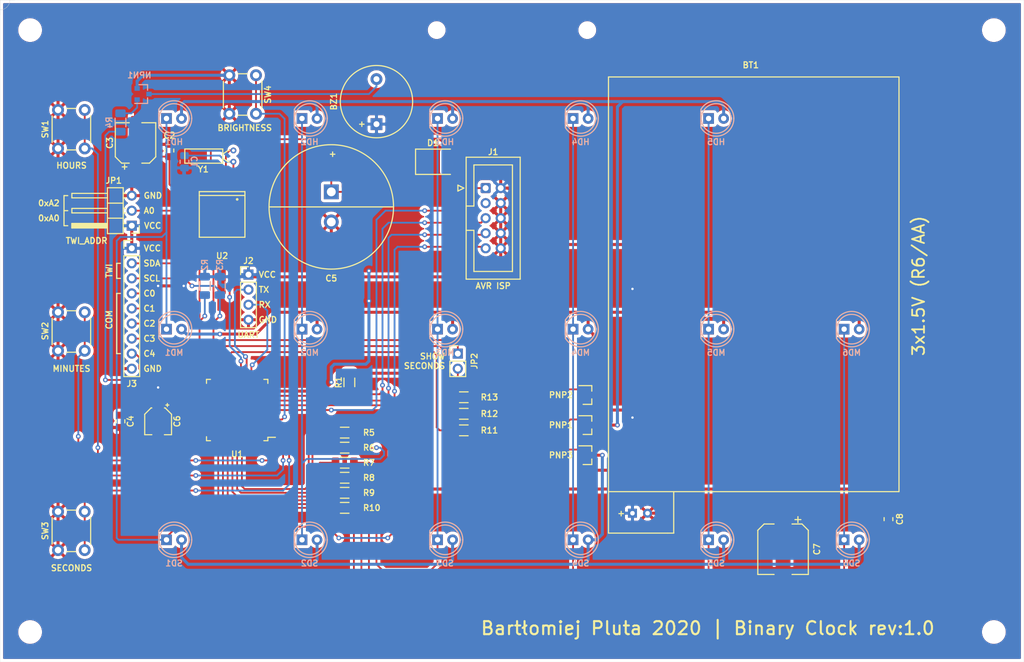
<source format=kicad_pcb>
(kicad_pcb (version 20171130) (host pcbnew 5.1.8)
  (layers (0 F.Cu signal) (31 B.Cu signal) (34 B.Paste user hide) (35 F.Paste user hide) (36 B.SilkS user) (37 F.SilkS user) (38 B.Mask user hide) (39 F.Mask user hide) (44 Edge.Cuts user hide))
  (net 0 "")
  (net 1 VCC)
  (net 2 GND)
  (net 3 "Net-(HD1-Pad1)")
  (net 4 "Net-(HD2-Pad1)")
  (net 5 "Net-(HD3-Pad1)")
  (net 6 "Net-(HD4-Pad1)")
  (net 7 /MOSI)
  (net 8 /RST)
  (net 9 /SCK)
  (net 10 /MISO)
  (net 11 /HOUR_LED)
  (net 12 /MINUTE_LED)
  (net 13 /SECOND_LED)
  (net 14 /SDA)
  (net 15 /SCL)
  (net 16 /INC_HOUR)
  (net 17 /LED0)
  (net 18 /LED1)
  (net 19 /LED2)
  (net 20 /LED3)
  (net 21 /LED4)
  (net 22 /LED5)
  (net 23 /INC_MINUTE)
  (net 24 /INC_SECOND)
  (net 25 /RTC_INT)
  (net 26 "Net-(PNP1-Pad1)")
  (net 27 "Net-(PNP2-Pad1)")
  (net 28 "Net-(PNP3-Pad1)")
  (net 29 /INC_BTNESS)
  (net 30 /RX)
  (net 31 /TX)
  (net 32 /COM4)
  (net 33 /COM3)
  (net 34 /COM2)
  (net 35 /COM1)
  (net 36 /COM0)
  (net 37 "Net-(HD5-Pad1)")
  (net 38 "Net-(JP1-Pad2)")
  (net 39 "Net-(MD6-Pad1)")
  (net 40 "Net-(JP2-Pad2)")
  (net 41 "Net-(BZ1-Pad2)")
  (net 42 "Net-(C1-Pad2)")
  (net 43 "Net-(C2-Pad1)")
  (net 44 "Net-(NPN1-Pad1)")
  (net 45 /BUZZER)
  (net 46 "Net-(U2-Pad2)")
  (net 47 /HC)
  (net 48 /MC)
  (net 49 /SC)
  (module Connector_PinHeader_2.54mm:PinHeader_1x03_P2.54mm_Horizontal (layer F.Cu) (at 83.185 88.9 180)
    (fp_text reference JP1 (at 3.048 7.62) (layer F.SilkS) (effects (font (thickness 0.2))))
    (fp_text value TWI_ADDR)
    (pad 3 thru_hole oval (at 0 5.08 180) (size 1.7 1.7) (drill 1) (layers *.Cu *.Mask) (net 2 GND))
    (pad 2 thru_hole oval (at 0 2.54 180) (size 1.7 1.7) (drill 1) (layers *.Cu *.Mask) (net 38 "Net-(JP1-Pad2)"))
    (pad 1 thru_hole rect (at 0 0 180) (size 1.7 1.7) (drill 1) (layers *.Cu *.Mask) (net 1 VCC))
  )
  (module MountingHole:MountingHole_2mm (layer F.Cu) (at 160.02 55.88)
    (fp_text reference REF** hide)
    (fp_text value MountingHole_2mm)
    (pad "" np_thru_hole circle (at 0 0) (size 2 2) (drill 2) (layers *.Cu *.Mask))
  )
  (module MountingHole:MountingHole_2mm (layer F.Cu) (at 134.62 55.88)
    (fp_text reference REF** hide)
    (fp_text value MountingHole_2mm)
    (pad "" np_thru_hole circle (at 0 0) (size 2 2) (drill 2) (layers *.Cu *.Mask))
  )
  (module MountingHole:MountingHole_3mm (layer F.Cu) (at 228.6 55.88)
    (fp_text reference REF** hide)
    (fp_text value MountingHole_3mm)
    (pad 1 np_thru_hole circle (at 0 0) (size 3 3) (drill 3) (layers *.Cu *.Mask))
  )
  (module MountingHole:MountingHole_3mm (layer F.Cu) (at 228.6 157.48)
    (fp_text reference REF** hide)
    (fp_text value MountingHole_3mm)
    (pad 1 np_thru_hole circle (at 0 0) (size 3 3) (drill 3) (layers *.Cu *.Mask))
  )
  (module MountingHole:MountingHole_3mm (layer F.Cu) (at 66.04 157.48)
    (fp_text reference REF** hide)
    (fp_text value MountingHole_3mm)
    (pad 1 np_thru_hole circle (at 0 0) (size 3 3) (drill 3) (layers *.Cu *.Mask))
  )
  (module MountingHole:MountingHole_3mm (layer F.Cu) (at 66.04 55.88)
    (fp_text reference REF** hide)
    (fp_text value MountingHole_3mm)
    (pad 1 np_thru_hole circle (at 0 0) (size 3 3) (drill 3) (layers *.Cu *.Mask))
  )
  (module Package_TO_SOT_SMD:SOT-23 (layer F.Cu) (at 160.02 127.635)
    (fp_text reference PNP3 (at -4.445 0) (layer F.SilkS) (effects (font (thickness 0.2))))
    (fp_text value Q_PNP_BEC)
    (pad 3 smd rect (at 1 0) (size 0.9 0.8) (layers F.Cu F.Paste F.Mask) (net 49 /SC))
    (pad 2 smd rect (at -1 0.95) (size 0.9 0.8) (layers F.Cu F.Paste F.Mask) (net 1 VCC))
    (pad 1 smd rect (at -1 -0.95) (size 0.9 0.8) (layers F.Cu F.Paste F.Mask) (net 28 "Net-(PNP3-Pad1)"))
  )
  (module Package_TO_SOT_SMD:SOT-23 (layer F.Cu) (at 160.02 117.475)
    (fp_text reference PNP2 (at -4.445 0) (layer F.SilkS) (effects (font (thickness 0.2))))
    (fp_text value Q_PNP_BEC)
    (pad 3 smd rect (at 1 0) (size 0.9 0.8) (layers F.Cu F.Paste F.Mask) (net 48 /MC))
    (pad 2 smd rect (at -1 0.95) (size 0.9 0.8) (layers F.Cu F.Paste F.Mask) (net 1 VCC))
    (pad 1 smd rect (at -1 -0.95) (size 0.9 0.8) (layers F.Cu F.Paste F.Mask) (net 27 "Net-(PNP2-Pad1)"))
  )
  (module Package_TO_SOT_SMD:SOT-23 (layer F.Cu) (at 160.02 122.555)
    (fp_text reference PNP1 (at -4.445 0) (layer F.SilkS) (effects (font (thickness 0.2))))
    (fp_text value Q_PNP_BEC)
    (pad 3 smd rect (at 1 0) (size 0.9 0.8) (layers F.Cu F.Paste F.Mask) (net 47 /HC))
    (pad 2 smd rect (at -1 0.95) (size 0.9 0.8) (layers F.Cu F.Paste F.Mask) (net 1 VCC))
    (pad 1 smd rect (at -1 -0.95) (size 0.9 0.8) (layers F.Cu F.Paste F.Mask) (net 26 "Net-(PNP1-Pad1)"))
  )
  (module Package_TO_SOT_SMD:SOT-23 (layer B.Cu) (at 85.09 66.675)
    (fp_text reference NPN1 (at -0.635 -3.175) (layer B.SilkS) (effects (font (thickness 0.2)) (justify mirror)))
    (fp_text value Q_NPN_BEC)
    (pad 3 smd rect (at 1 0) (size 0.9 0.8) (layers B.Cu B.Paste B.Mask) (net 41 "Net-(BZ1-Pad2)"))
    (pad 2 smd rect (at -1 -0.95) (size 0.9 0.8) (layers B.Cu B.Paste B.Mask) (net 2 GND))
    (pad 1 smd rect (at -1 0.95) (size 0.9 0.8) (layers B.Cu B.Paste B.Mask) (net 44 "Net-(NPN1-Pad1)"))
  )
  (module "Project Footprints:SuperCapacitor" (layer F.Cu) (at 116.84 85.725 270)
    (fp_text reference C5 (at 12.065 0 180) (layer F.SilkS) (effects (font (thickness 0.2))))
    (fp_text value 0.1-1F)
    (fp_text user + (at -8.89 -0.1524 90) (layer F.SilkS) (effects (font (thickness 0.2))))
    (pad 2 thru_hole circle (at 2.54 0 270) (size 2.5 2.5) (drill 1.5) (layers *.Cu *.Mask) (net 2 GND))
    (pad 1 thru_hole rect (at -2.54 0 270) (size 2.5 2.5) (drill 1.5) (layers *.Cu *.Mask) (net 43 "Net-(C2-Pad1)"))
  )
  (module Crystal:Crystal_DS26_D2.0mm_L6.0mm_Horizontal (layer F.Cu) (at 100.33 76.2 270)
    (fp_text reference Y1 (at 3.175 5.08) (layer F.SilkS) (effects (font (thickness 0.2))))
    (fp_text value 32768hZ)
    (pad 1 thru_hole circle (at 0 0 270) (size 1 1) (drill 0.5) (layers *.Cu *.Mask) (net 46 "Net-(U2-Pad2)"))
    (pad 2 thru_hole circle (at 1.9 0 270) (size 1 1) (drill 0.5) (layers *.Cu *.Mask) (net 42 "Net-(C1-Pad2)"))
  )
  (module "Project Footprints:BatteryPackage" (layer F.Cu) (at 188.595 97.79)
    (fp_text reference BT1 (at -1 -36) (layer F.SilkS) (effects (font (thickness 0.2))))
    (fp_text value 3x1.5V)
    (fp_text user + (at -22.86 39.64) (layer F.SilkS) (effects (font (thickness 0.2))))
    (pad 2 thru_hole circle (at -18.415 39.64) (size 1.524 1.524) (drill 0.762) (layers *.Cu *.Mask) (net 2 GND))
    (pad 1 thru_hole rect (at -20.955 39.64) (size 1.524 1.524) (drill 0.762) (layers *.Cu *.Mask) (net 1 VCC))
  )
  (module Buzzer_Beeper:Buzzer_12x9.5RM7.6 (layer F.Cu) (at 124.46 71.755 90)
    (fp_text reference BZ1 (at 3.8 -7.2 90) (layer F.SilkS) (effects (font (thickness 0.2))))
    (fp_text value Buzzer)
    (fp_text user + (at -0.01 -2.54 90) (layer F.SilkS) (effects (font (thickness 0.2))))
    (pad 2 thru_hole circle (at 7.6 0 90) (size 2 2) (drill 1) (layers *.Cu *.Mask) (net 41 "Net-(BZ1-Pad2)"))
    (pad 1 thru_hole rect (at 0 0 90) (size 2 2) (drill 1) (layers *.Cu *.Mask) (net 1 VCC))
  )
  (module PCF8583:SOT176-1 (layer F.Cu) (at 98.425 86.995 180)
    (fp_text reference U2 (at 0 -6.985) (layer F.SilkS) (effects (font (thickness 0.2))))
    (fp_text value PCF8583P hide)
    (pad 8 smd oval (at -1.905 -3.814 180) (size 0.6096 3.5) (layers F.Cu F.Mask) (net 2 GND))
    (pad 7 smd oval (at -0.635 -3.814 180) (size 0.6096 3.5) (layers F.Cu F.Mask) (net 25 /RTC_INT))
    (pad 6 smd oval (at 0.635 -3.814 180) (size 0.6096 3.5) (layers F.Cu F.Mask) (net 15 /SCL))
    (pad 5 smd oval (at 1.905 -3.814 180) (size 0.6096 3.5) (layers F.Cu F.Mask) (net 14 /SDA))
    (pad 4 smd oval (at 1.91 3.854 180) (size 0.6096 3.5) (layers F.Cu F.Mask) (net 43 "Net-(C2-Pad1)"))
    (pad 3 smd oval (at 0.635 3.854 180) (size 0.6096 3.5) (layers F.Cu F.Mask) (net 38 "Net-(JP1-Pad2)"))
    (pad 2 smd oval (at -0.635 3.854 180) (size 0.6096 3.5) (layers F.Cu F.Mask) (net 46 "Net-(U2-Pad2)"))
    (pad 1 smd oval (at -1.905 3.854 180) (size 0.6096 3.5) (layers F.Cu F.Mask) (net 42 "Net-(C1-Pad2)"))
  )
  (module Capacitor_SMD:CP_Elec_4x3 (layer F.Cu) (at 87.63 121.92 270)
    (fp_text reference C6 (at 0 -3.2 90) (layer F.SilkS) (effects (font (thickness 0.2))))
    (fp_text value 22u)
    (pad 2 smd roundrect (at 1.8 0 270) (size 2.6 1.6) (layers F.Cu F.Paste F.Mask) (roundrect_rratio 0.15625) (net 2 GND))
    (pad 1 smd roundrect (at -1.8 0 270) (size 2.6 1.6) (layers F.Cu F.Paste F.Mask) (roundrect_rratio 0.15625) (net 1 VCC))
  )
  (module Connector_PinHeader_2.54mm:PinHeader_1x02_P2.54mm_Vertical (layer F.Cu) (at 138.176 110.49)
    (fp_text reference JP2 (at 2.794 1.27 90) (layer F.SilkS) (effects (font (thickness 0.2))))
    (fp_text value S_EN)
    (pad 2 thru_hole oval (at 0 2.54) (size 1.7 1.7) (drill 1) (layers *.Cu *.Mask) (net 40 "Net-(JP2-Pad2)"))
    (pad 1 thru_hole rect (at 0 0) (size 1.7 1.7) (drill 1) (layers *.Cu *.Mask) (net 13 /SECOND_LED))
  )
  (module Connector_PinHeader_2.54mm:PinHeader_1x09_P2.54mm_Vertical (layer F.Cu) (at 83.185 92.71)
    (fp_text reference J3 (at 0 22.86) (layer F.SilkS) (effects (font (thickness 0.2))))
    (fp_text value COM/TW)
    (pad 9 thru_hole oval (at 0 20.32) (size 1.7 1.7) (drill 1) (layers *.Cu *.Mask) (net 2 GND))
    (pad 8 thru_hole oval (at 0 17.78) (size 1.7 1.7) (drill 1) (layers *.Cu *.Mask) (net 32 /COM4))
    (pad 7 thru_hole oval (at 0 15.24) (size 1.7 1.7) (drill 1) (layers *.Cu *.Mask) (net 33 /COM3))
    (pad 6 thru_hole oval (at 0 12.7) (size 1.7 1.7) (drill 1) (layers *.Cu *.Mask) (net 34 /COM2))
    (pad 5 thru_hole oval (at 0 10.16) (size 1.7 1.7) (drill 1) (layers *.Cu *.Mask) (net 35 /COM1))
    (pad 4 thru_hole oval (at 0 7.62) (size 1.7 1.7) (drill 1) (layers *.Cu *.Mask) (net 36 /COM0))
    (pad 3 thru_hole oval (at 0 5.08) (size 1.7 1.7) (drill 1) (layers *.Cu *.Mask) (net 15 /SCL))
    (pad 2 thru_hole oval (at 0 2.54) (size 1.7 1.7) (drill 1) (layers *.Cu *.Mask) (net 14 /SDA))
    (pad 1 thru_hole rect (at 0 0) (size 1.7 1.7) (drill 1) (layers *.Cu *.Mask) (net 1 VCC))
  )
  (module Connector_PinHeader_2.54mm:PinHeader_1x04_P2.54mm_Vertical (layer F.Cu) (at 102.87 97.155)
    (fp_text reference J2 (at 0 -2.33) (layer F.SilkS) (effects (font (thickness 0.2))))
    (fp_text value UART)
    (pad 4 thru_hole oval (at 0 7.62) (size 1.7 1.7) (drill 1) (layers *.Cu *.Mask) (net 2 GND))
    (pad 3 thru_hole oval (at 0 5.08) (size 1.7 1.7) (drill 1) (layers *.Cu *.Mask) (net 30 /RX))
    (pad 2 thru_hole oval (at 0 2.54) (size 1.7 1.7) (drill 1) (layers *.Cu *.Mask) (net 31 /TX))
    (pad 1 thru_hole rect (at 0 0) (size 1.7 1.7) (drill 1) (layers *.Cu *.Mask) (net 1 VCC))
  )
  (module Diode_SMD:D_2114_3652Metric (layer F.Cu) (at 134.3375 78.105)
    (fp_text reference D1 (at -0.3525 -3.175) (layer F.SilkS) (effects (font (thickness 0.2))))
    (fp_text value D_Schottky)
    (pad 2 smd roundrect (at 2.1875 0) (size 1.675 3.75) (layers F.Cu F.Paste F.Mask) (roundrect_rratio 0.149254) (net 1 VCC))
    (pad 1 smd roundrect (at -2.1875 0) (size 1.675 3.75) (layers F.Cu F.Paste F.Mask) (roundrect_rratio 0.149254) (net 43 "Net-(C2-Pad1)"))
  )
  (module LED_THT:LED_D5.0mm (layer B.Cu) (at 89.04 106.36)
    (fp_text reference MD1 (at 1.27 3.96) (layer B.SilkS) (effects (font (thickness 0.2)) (justify mirror)))
    (fp_text value LED)
    (pad 1 thru_hole rect (at 0 0) (size 1.8 1.8) (drill 0.9) (layers *.Cu *.Mask) (net 3 "Net-(HD1-Pad1)"))
    (pad 2 thru_hole circle (at 2.54 0) (size 1.8 1.8) (drill 0.9) (layers *.Cu *.Mask) (net 48 /MC))
  )
  (module Resistor_SMD:R_1206_3216Metric_Pad1.30x1.75mm_HandSolder (layer B.Cu) (at 81.28 71.475 270)
    (fp_text reference R4 (at 0 1.905 90) (layer B.SilkS) (effects (font (thickness 0.2)) (justify mirror)))
    (fp_text value 2k2)
    (pad 2 smd roundrect (at 1.55 0 270) (size 1.3 1.75) (layers B.Cu B.Paste B.Mask) (roundrect_rratio 0.192308) (net 45 /BUZZER))
    (pad 1 smd roundrect (at -1.55 0 270) (size 1.3 1.75) (layers B.Cu B.Paste B.Mask) (roundrect_rratio 0.192308) (net 44 "Net-(NPN1-Pad1)"))
  )
  (module Button_Switch_THT:SW_PUSH_6mm (layer F.Cu) (at 104.14 63.5 270)
    (fp_text reference SW4 (at 3.25 -2 90) (layer F.SilkS) (effects (font (thickness 0.2))))
    (fp_text value INC_BTNESS)
    (pad 1 thru_hole circle (at 6.5 0) (size 2 2) (drill 1.1) (layers *.Cu *.Mask) (net 29 /INC_BTNESS))
    (pad 2 thru_hole circle (at 6.5 4.5) (size 2 2) (drill 1.1) (layers *.Cu *.Mask) (net 2 GND))
    (pad 1 thru_hole circle (at 0 0) (size 2 2) (drill 1.1) (layers *.Cu *.Mask) (net 29 /INC_BTNESS))
    (pad 2 thru_hole circle (at 0 4.5) (size 2 2) (drill 1.1) (layers *.Cu *.Mask) (net 2 GND))
  )
  (module LED_THT:LED_D5.0mm (layer B.Cu) (at 134.76 106.36)
    (fp_text reference MD3 (at 1.27 3.96) (layer B.SilkS) (effects (font (thickness 0.2)) (justify mirror)))
    (fp_text value LED)
    (pad 1 thru_hole rect (at 0 0) (size 1.8 1.8) (drill 0.9) (layers *.Cu *.Mask) (net 5 "Net-(HD3-Pad1)"))
    (pad 2 thru_hole circle (at 2.54 0) (size 1.8 1.8) (drill 0.9) (layers *.Cu *.Mask) (net 48 /MC))
  )
  (module LED_THT:LED_D5.0mm (layer B.Cu) (at 157.62 70.8)
    (fp_text reference HD4 (at 1.27 3.96) (layer B.SilkS) (effects (font (thickness 0.2)) (justify mirror)))
    (fp_text value LED)
    (pad 1 thru_hole rect (at 0 0) (size 1.8 1.8) (drill 0.9) (layers *.Cu *.Mask) (net 6 "Net-(HD4-Pad1)"))
    (pad 2 thru_hole circle (at 2.54 0) (size 1.8 1.8) (drill 0.9) (layers *.Cu *.Mask) (net 47 /HC))
  )
  (module Connector_IDC:IDC-Header_2x05_P2.54mm_Vertical (layer F.Cu) (at 142.875 82.55)
    (fp_text reference J1 (at 1.27 -6.1) (layer F.SilkS) (effects (font (thickness 0.2))))
    (fp_text value AVR-ISP-10)
    (pad 10 thru_hole circle (at 2.54 10.16) (size 1.7 1.7) (drill 1) (layers *.Cu *.Mask) (net 2 GND))
    (pad 8 thru_hole circle (at 2.54 7.62) (size 1.7 1.7) (drill 1) (layers *.Cu *.Mask) (net 2 GND))
    (pad 6 thru_hole circle (at 2.54 5.08) (size 1.7 1.7) (drill 1) (layers *.Cu *.Mask) (net 2 GND))
    (pad 4 thru_hole circle (at 2.54 2.54) (size 1.7 1.7) (drill 1) (layers *.Cu *.Mask) (net 2 GND))
    (pad 2 thru_hole circle (at 2.54 0) (size 1.7 1.7) (drill 1) (layers *.Cu *.Mask) (net 1 VCC))
    (pad 9 thru_hole circle (at 0 10.16) (size 1.7 1.7) (drill 1) (layers *.Cu *.Mask) (net 10 /MISO))
    (pad 7 thru_hole circle (at 0 7.62) (size 1.7 1.7) (drill 1) (layers *.Cu *.Mask) (net 9 /SCK))
    (pad 5 thru_hole circle (at 0 5.08) (size 1.7 1.7) (drill 1) (layers *.Cu *.Mask) (net 8 /RST))
    (pad 3 thru_hole circle (at 0 2.54) (size 1.7 1.7) (drill 1) (layers *.Cu *.Mask))
    (pad 1 thru_hole roundrect (at 0 0) (size 1.7 1.7) (drill 1) (layers *.Cu *.Mask) (roundrect_rratio 0.147059) (net 7 /MOSI))
  )
  (module LED_THT:LED_D5.0mm (layer B.Cu) (at 180.48 106.36)
    (fp_text reference MD5 (at 1.27 3.96) (layer B.SilkS) (effects (font (thickness 0.2)) (justify mirror)))
    (fp_text value LED)
    (pad 1 thru_hole rect (at 0 0) (size 1.8 1.8) (drill 0.9) (layers *.Cu *.Mask) (net 37 "Net-(HD5-Pad1)"))
    (pad 2 thru_hole circle (at 2.54 0) (size 1.8 1.8) (drill 0.9) (layers *.Cu *.Mask) (net 48 /MC))
  )
  (module Resistor_SMD:R_1206_3216Metric_Pad1.30x1.75mm_HandSolder (layer F.Cu) (at 119.888 115.342 90)
    (fp_text reference R1 (at 0 -1.82 90) (layer F.SilkS) (effects (font (thickness 0.2))))
    (fp_text value 10k hide)
    (pad 1 smd roundrect (at -1.55 0 90) (size 1.3 1.75) (layers F.Cu F.Paste F.Mask) (roundrect_rratio 0.192308) (net 8 /RST))
    (pad 2 smd roundrect (at 1.55 0 90) (size 1.3 1.75) (layers F.Cu F.Paste F.Mask) (roundrect_rratio 0.192308) (net 1 VCC))
  )
  (module Resistor_SMD:R_1206_3216Metric_Pad1.30x1.75mm_HandSolder (layer B.Cu) (at 95.504 99.06 90)
    (fp_text reference R2 (at 3.556 0 90) (layer B.SilkS) (effects (font (thickness 0.2)) (justify mirror)))
    (fp_text value 4k7 hide)
    (pad 1 smd roundrect (at -1.55 0 90) (size 1.3 1.75) (layers B.Cu B.Paste B.Mask) (roundrect_rratio 0.192308) (net 14 /SDA))
    (pad 2 smd roundrect (at 1.55 0 90) (size 1.3 1.75) (layers B.Cu B.Paste B.Mask) (roundrect_rratio 0.192308) (net 1 VCC))
  )
  (module LED_THT:LED_D5.0mm (layer B.Cu) (at 157.62 141.92)
    (fp_text reference SD4 (at 1.27 3.96) (layer B.SilkS) (effects (font (thickness 0.2)) (justify mirror)))
    (fp_text value LED)
    (pad 1 thru_hole rect (at 0 0) (size 1.8 1.8) (drill 0.9) (layers *.Cu *.Mask) (net 6 "Net-(HD4-Pad1)"))
    (pad 2 thru_hole circle (at 2.54 0) (size 1.8 1.8) (drill 0.9) (layers *.Cu *.Mask) (net 49 /SC))
  )
  (module LED_THT:LED_D5.0mm (layer B.Cu) (at 134.76 70.8)
    (fp_text reference HD3 (at 1.27 3.96) (layer B.SilkS) (effects (font (thickness 0.2)) (justify mirror)))
    (fp_text value LED)
    (pad 2 thru_hole circle (at 2.54 0) (size 1.8 1.8) (drill 0.9) (layers *.Cu *.Mask) (net 47 /HC))
    (pad 1 thru_hole rect (at 0 0) (size 1.8 1.8) (drill 0.9) (layers *.Cu *.Mask) (net 5 "Net-(HD3-Pad1)"))
  )
  (module LED_THT:LED_D5.0mm (layer B.Cu) (at 134.76 141.92)
    (fp_text reference SD3 (at 1.27 3.96) (layer B.SilkS) (effects (font (thickness 0.2)) (justify mirror)))
    (fp_text value LED)
    (pad 2 thru_hole circle (at 2.54 0) (size 1.8 1.8) (drill 0.9) (layers *.Cu *.Mask) (net 49 /SC))
    (pad 1 thru_hole rect (at 0 0) (size 1.8 1.8) (drill 0.9) (layers *.Cu *.Mask) (net 5 "Net-(HD3-Pad1)"))
  )
  (module LED_THT:LED_D5.0mm (layer B.Cu) (at 180.48 70.8)
    (fp_text reference HD5 (at 1.27 3.96) (layer B.SilkS) (effects (font (thickness 0.2)) (justify mirror)))
    (fp_text value LED)
    (pad 2 thru_hole circle (at 2.54 0) (size 1.8 1.8) (drill 0.9) (layers *.Cu *.Mask) (net 47 /HC))
    (pad 1 thru_hole rect (at 0 0) (size 1.8 1.8) (drill 0.9) (layers *.Cu *.Mask) (net 37 "Net-(HD5-Pad1)"))
  )
  (module LED_THT:LED_D5.0mm (layer B.Cu) (at 111.9 70.8)
    (fp_text reference HD2 (at 1.27 3.96) (layer B.SilkS) (effects (font (thickness 0.2)) (justify mirror)))
    (fp_text value LED)
    (pad 1 thru_hole rect (at 0 0) (size 1.8 1.8) (drill 0.9) (layers *.Cu *.Mask) (net 4 "Net-(HD2-Pad1)"))
    (pad 2 thru_hole circle (at 2.54 0) (size 1.8 1.8) (drill 0.9) (layers *.Cu *.Mask) (net 47 /HC))
  )
  (module Resistor_SMD:R_1206_3216Metric_Pad1.30x1.75mm_HandSolder (layer F.Cu) (at 119.1 136.525 180)
    (fp_text reference R10 (at -4.566191 0) (layer F.SilkS) (effects (font (thickness 0.2))))
    (fp_text value 100R hide)
    (pad 2 smd roundrect (at 1.55 0 180) (size 1.3 1.75) (layers F.Cu F.Paste F.Mask) (roundrect_rratio 0.192308) (net 22 /LED5))
    (pad 1 smd roundrect (at -1.55 0 180) (size 1.3 1.75) (layers F.Cu F.Paste F.Mask) (roundrect_rratio 0.192308) (net 39 "Net-(MD6-Pad1)"))
  )
  (module Resistor_SMD:R_1206_3216Metric_Pad1.30x1.75mm_HandSolder (layer B.Cu) (at 98.044 99.06 90)
    (fp_text reference R3 (at 3.556 0 90) (layer B.SilkS) (effects (font (thickness 0.2)) (justify mirror)))
    (fp_text value 4k7 hide)
    (pad 2 smd roundrect (at 1.55 0 90) (size 1.3 1.75) (layers B.Cu B.Paste B.Mask) (roundrect_rratio 0.192308) (net 1 VCC))
    (pad 1 smd roundrect (at -1.55 0 90) (size 1.3 1.75) (layers B.Cu B.Paste B.Mask) (roundrect_rratio 0.192308) (net 15 /SCL))
  )
  (module LED_THT:LED_D5.0mm (layer B.Cu) (at 157.62 106.36)
    (fp_text reference MD4 (at 1.27 3.96) (layer B.SilkS) (effects (font (thickness 0.2)) (justify mirror)))
    (fp_text value LED)
    (pad 2 thru_hole circle (at 2.54 0) (size 1.8 1.8) (drill 0.9) (layers *.Cu *.Mask) (net 48 /MC))
    (pad 1 thru_hole rect (at 0 0) (size 1.8 1.8) (drill 0.9) (layers *.Cu *.Mask) (net 6 "Net-(HD4-Pad1)"))
  )
  (module Capacitor_SMD:CP_Elec_8x10 (layer F.Cu) (at 193.04 143.51 270)
    (fp_text reference C7 (at 0 -5.715 90) (layer F.SilkS) (effects (font (thickness 0.2))))
    (fp_text value 470u hide)
    (pad 1 smd roundrect (at -3.25 0 270) (size 3.5 2.5) (layers F.Cu F.Paste F.Mask) (roundrect_rratio 0.1) (net 1 VCC))
    (pad 2 smd roundrect (at 3.25 0 270) (size 3.5 2.5) (layers F.Cu F.Paste F.Mask) (roundrect_rratio 0.1) (net 2 GND))
  )
  (module LED_THT:LED_D5.0mm (layer B.Cu) (at 180.48 141.92)
    (fp_text reference SD5 (at 1.27 3.96) (layer B.SilkS) (effects (font (thickness 0.2)) (justify mirror)))
    (fp_text value LED)
    (pad 2 thru_hole circle (at 2.54 0) (size 1.8 1.8) (drill 0.9) (layers *.Cu *.Mask) (net 49 /SC))
    (pad 1 thru_hole rect (at 0 0) (size 1.8 1.8) (drill 0.9) (layers *.Cu *.Mask) (net 37 "Net-(HD5-Pad1)"))
  )
  (module Resistor_SMD:R_1206_3216Metric_Pad1.30x1.75mm_HandSolder (layer F.Cu) (at 119.1 128.905 180)
    (fp_text reference R7 (at -4.09 0) (layer F.SilkS) (effects (font (thickness 0.2))))
    (fp_text value 100R hide)
    (pad 2 smd roundrect (at 1.55 0 180) (size 1.3 1.75) (layers F.Cu F.Paste F.Mask) (roundrect_rratio 0.192308) (net 19 /LED2))
    (pad 1 smd roundrect (at -1.55 0 180) (size 1.3 1.75) (layers F.Cu F.Paste F.Mask) (roundrect_rratio 0.192308) (net 5 "Net-(HD3-Pad1)"))
  )
  (module Resistor_SMD:R_1206_3216Metric_Pad1.30x1.75mm_HandSolder (layer F.Cu) (at 139.192 123.444 180)
    (fp_text reference R11 (at -4.318 0) (layer F.SilkS) (effects (font (thickness 0.2))))
    (fp_text value 2k2 hide)
    (pad 2 smd roundrect (at 1.55 0 180) (size 1.3 1.75) (layers F.Cu F.Paste F.Mask) (roundrect_rratio 0.192308) (net 11 /HOUR_LED))
    (pad 1 smd roundrect (at -1.55 0 180) (size 1.3 1.75) (layers F.Cu F.Paste F.Mask) (roundrect_rratio 0.192308) (net 26 "Net-(PNP1-Pad1)"))
  )
  (module Package_QFP:TQFP-44-1EP_10x10mm_P0.8mm_EP4.5x4.5mm (layer F.Cu) (at 100.965 120.015 180)
    (fp_text reference U1 (at 0 -7.45) (layer F.SilkS) (effects (font (thickness 0.2))))
    (fp_text value ATmega32A-PU)
    (pad 1 smd rect (at -5.7 -4 180) (size 1.5 0.55) (layers F.Cu F.Paste F.Mask) (net 16 /INC_HOUR))
    (pad 2 smd rect (at -5.7 -3.2 180) (size 1.5 0.55) (layers F.Cu F.Paste F.Mask) (net 23 /INC_MINUTE))
    (pad 3 smd rect (at -5.7 -2.4 180) (size 1.5 0.55) (layers F.Cu F.Paste F.Mask) (net 24 /INC_SECOND))
    (pad 4 smd rect (at -5.7 -1.6 180) (size 1.5 0.55) (layers F.Cu F.Paste F.Mask) (net 29 /INC_BTNESS))
    (pad 5 smd rect (at -5.7 -0.8 180) (size 1.5 0.55) (layers F.Cu F.Paste F.Mask))
    (pad 6 smd rect (at -5.7 0 180) (size 1.5 0.55) (layers F.Cu F.Paste F.Mask) (net 7 /MOSI))
    (pad 7 smd rect (at -5.7 0.8 180) (size 1.5 0.55) (layers F.Cu F.Paste F.Mask) (net 10 /MISO))
    (pad 8 smd rect (at -5.7 1.6 180) (size 1.5 0.55) (layers F.Cu F.Paste F.Mask) (net 9 /SCK))
    (pad 9 smd rect (at -5.7 2.4 180) (size 1.5 0.55) (layers F.Cu F.Paste F.Mask) (net 8 /RST))
    (pad 10 smd rect (at -5.7 3.2 180) (size 1.5 0.55) (layers F.Cu F.Paste F.Mask) (net 1 VCC))
    (pad 11 smd rect (at -5.7 4 180) (size 1.5 0.55) (layers F.Cu F.Paste F.Mask) (net 2 GND))
    (pad 12 smd rect (at -4 5.7 270) (size 1.5 0.55) (layers F.Cu F.Paste F.Mask))
    (pad 13 smd rect (at -3.2 5.7 270) (size 1.5 0.55) (layers F.Cu F.Paste F.Mask))
    (pad 14 smd rect (at -2.4 5.7 270) (size 1.5 0.55) (layers F.Cu F.Paste F.Mask) (net 30 /RX))
    (pad 15 smd rect (at -1.6 5.7 270) (size 1.5 0.55) (layers F.Cu F.Paste F.Mask) (net 31 /TX))
    (pad 16 smd rect (at -0.8 5.7 270) (size 1.5 0.55) (layers F.Cu F.Paste F.Mask) (net 25 /RTC_INT))
    (pad 17 smd rect (at 0 5.7 270) (size 1.5 0.55) (layers F.Cu F.Paste F.Mask))
    (pad 18 smd rect (at 0.8 5.7 270) (size 1.5 0.55) (layers F.Cu F.Paste F.Mask))
    (pad 19 smd rect (at 1.6 5.7 270) (size 1.5 0.55) (layers F.Cu F.Paste F.Mask) (net 11 /HOUR_LED))
    (pad 20 smd rect (at 2.4 5.7 270) (size 1.5 0.55) (layers F.Cu F.Paste F.Mask) (net 12 /MINUTE_LED))
    (pad 21 smd rect (at 3.2 5.7 270) (size 1.5 0.55) (layers F.Cu F.Paste F.Mask) (net 13 /SECOND_LED))
    (pad 22 smd rect (at 4 5.7 270) (size 1.5 0.55) (layers F.Cu F.Paste F.Mask) (net 15 /SCL))
    (pad 23 smd rect (at 5.7 4 180) (size 1.5 0.55) (layers F.Cu F.Paste F.Mask) (net 14 /SDA))
    (pad 24 smd rect (at 5.7 3.2 180) (size 1.5 0.55) (layers F.Cu F.Paste F.Mask) (net 36 /COM0))
    (pad 25 smd rect (at 5.7 2.4 180) (size 1.5 0.55) (layers F.Cu F.Paste F.Mask) (net 35 /COM1))
    (pad 26 smd rect (at 5.7 1.6 180) (size 1.5 0.55) (layers F.Cu F.Paste F.Mask) (net 34 /COM2))
    (pad 27 smd rect (at 5.7 0.8 180) (size 1.5 0.55) (layers F.Cu F.Paste F.Mask) (net 33 /COM3))
    (pad 28 smd rect (at 5.7 0 180) (size 1.5 0.55) (layers F.Cu F.Paste F.Mask) (net 32 /COM4))
    (pad 29 smd rect (at 5.7 -0.8 180) (size 1.5 0.55) (layers F.Cu F.Paste F.Mask) (net 45 /BUZZER))
    (pad 30 smd rect (at 5.7 -1.6 180) (size 1.5 0.55) (layers F.Cu F.Paste F.Mask) (net 1 VCC))
    (pad 31 smd rect (at 5.7 -2.4 180) (size 1.5 0.55) (layers F.Cu F.Paste F.Mask) (net 2 GND))
    (pad 32 smd rect (at 5.7 -3.2 180) (size 1.5 0.55) (layers F.Cu F.Paste F.Mask))
    (pad 33 smd rect (at 5.7 -4 180) (size 1.5 0.55) (layers F.Cu F.Paste F.Mask))
    (pad 34 smd rect (at 4 -5.7 270) (size 1.5 0.55) (layers F.Cu F.Paste F.Mask))
    (pad 35 smd rect (at 3.2 -5.7 270) (size 1.5 0.55) (layers F.Cu F.Paste F.Mask) (net 22 /LED5))
    (pad 36 smd rect (at 2.4 -5.7 270) (size 1.5 0.55) (layers F.Cu F.Paste F.Mask) (net 21 /LED4))
    (pad 37 smd rect (at 1.6 -5.7 270) (size 1.5 0.55) (layers F.Cu F.Paste F.Mask) (net 20 /LED3))
    (pad 38 smd rect (at 0.8 -5.7 270) (size 1.5 0.55) (layers F.Cu F.Paste F.Mask) (net 19 /LED2))
    (pad 39 smd rect (at 0 -5.7 270) (size 1.5 0.55) (layers F.Cu F.Paste F.Mask) (net 18 /LED1))
    (pad 40 smd rect (at -0.8 -5.7 270) (size 1.5 0.55) (layers F.Cu F.Paste F.Mask) (net 17 /LED0))
    (pad 41 smd rect (at -1.6 -5.7 270) (size 1.5 0.55) (layers F.Cu F.Paste F.Mask))
    (pad 42 smd rect (at -2.4 -5.7 270) (size 1.5 0.55) (layers F.Cu F.Paste F.Mask))
    (pad 43 smd rect (at -3.2 -5.7 270) (size 1.5 0.55) (layers F.Cu F.Paste F.Mask))
    (pad 44 smd rect (at -4 -5.7 270) (size 1.5 0.55) (layers F.Cu F.Paste F.Mask))
    (pad 45 smd rect (at 0 0 180) (size 4.5 4.5) (layers F.Cu F.Mask))
  )
  (module Resistor_SMD:R_1206_3216Metric_Pad1.30x1.75mm_HandSolder (layer F.Cu) (at 139.192 117.856 180)
    (fp_text reference R13 (at -4.318 0) (layer F.SilkS) (effects (font (thickness 0.2))))
    (fp_text value 2k2 hide)
    (pad 1 smd roundrect (at -1.55 0 180) (size 1.3 1.75) (layers F.Cu F.Paste F.Mask) (roundrect_rratio 0.192308) (net 28 "Net-(PNP3-Pad1)"))
    (pad 2 smd roundrect (at 1.55 0 180) (size 1.3 1.75) (layers F.Cu F.Paste F.Mask) (roundrect_rratio 0.192308) (net 40 "Net-(JP2-Pad2)"))
  )
  (module Resistor_SMD:R_1206_3216Metric_Pad1.30x1.75mm_HandSolder (layer F.Cu) (at 139.192 120.65 180)
    (fp_text reference R12 (at -4.318 0) (layer F.SilkS) (effects (font (thickness 0.2))))
    (fp_text value 2k2 hide)
    (pad 2 smd roundrect (at 1.55 0 180) (size 1.3 1.75) (layers F.Cu F.Paste F.Mask) (roundrect_rratio 0.192308) (net 12 /MINUTE_LED))
    (pad 1 smd roundrect (at -1.55 0 180) (size 1.3 1.75) (layers F.Cu F.Paste F.Mask) (roundrect_rratio 0.192308) (net 27 "Net-(PNP2-Pad1)"))
  )
  (module Capacitor_SMD:C_0805_2012Metric_Pad1.18x1.45mm_HandSolder (layer F.Cu) (at 210.82 138.43 270)
    (fp_text reference C8 (at 0 -1.905 90) (layer F.SilkS) (effects (font (thickness 0.2))))
    (fp_text value 100n hide)
    (pad 2 smd roundrect (at 1.0375 0 270) (size 1.175 1.45) (layers F.Cu F.Paste F.Mask) (roundrect_rratio 0.212766) (net 2 GND))
    (pad 1 smd roundrect (at -1.0375 0 270) (size 1.175 1.45) (layers F.Cu F.Paste F.Mask) (roundrect_rratio 0.212766) (net 1 VCC))
  )
  (module LED_THT:LED_D5.0mm (layer B.Cu) (at 89.04 70.8)
    (fp_text reference HD1 (at 1.27 3.96) (layer B.SilkS) (effects (font (thickness 0.2)) (justify mirror)))
    (fp_text value LED)
    (pad 2 thru_hole circle (at 2.54 0) (size 1.8 1.8) (drill 0.9) (layers *.Cu *.Mask) (net 47 /HC))
    (pad 1 thru_hole rect (at 0 0) (size 1.8 1.8) (drill 0.9) (layers *.Cu *.Mask) (net 3 "Net-(HD1-Pad1)"))
  )
  (module LED_THT:LED_D5.0mm (layer B.Cu) (at 111.9 141.92)
    (fp_text reference SD2 (at 1.27 3.96) (layer B.SilkS) (effects (font (thickness 0.2)) (justify mirror)))
    (fp_text value LED)
    (pad 1 thru_hole rect (at 0 0) (size 1.8 1.8) (drill 0.9) (layers *.Cu *.Mask) (net 4 "Net-(HD2-Pad1)"))
    (pad 2 thru_hole circle (at 2.54 0) (size 1.8 1.8) (drill 0.9) (layers *.Cu *.Mask) (net 49 /SC))
  )
  (module LED_THT:LED_D5.0mm (layer B.Cu) (at 89.04 141.92)
    (fp_text reference SD1 (at 1.27 3.96) (layer B.SilkS) (effects (font (thickness 0.2)) (justify mirror)))
    (fp_text value LED)
    (pad 2 thru_hole circle (at 2.54 0) (size 1.8 1.8) (drill 0.9) (layers *.Cu *.Mask) (net 49 /SC))
    (pad 1 thru_hole rect (at 0 0) (size 1.8 1.8) (drill 0.9) (layers *.Cu *.Mask) (net 3 "Net-(HD1-Pad1)"))
  )
  (module LED_THT:LED_D5.0mm (layer B.Cu) (at 111.9 106.36)
    (fp_text reference MD2 (at 1.27 3.96) (layer B.SilkS) (effects (font (thickness 0.2)) (justify mirror)))
    (fp_text value LED)
    (pad 2 thru_hole circle (at 2.54 0) (size 1.8 1.8) (drill 0.9) (layers *.Cu *.Mask) (net 48 /MC))
    (pad 1 thru_hole rect (at 0 0) (size 1.8 1.8) (drill 0.9) (layers *.Cu *.Mask) (net 4 "Net-(HD2-Pad1)"))
  )
  (module Capacitor_SMD:C_0805_2012Metric_Pad1.18x1.45mm_HandSolder (layer F.Cu) (at 89.535 76.2 90)
    (fp_text reference C2 (at 2.54 0 180) (layer F.SilkS) (effects (font (thickness 0.2))))
    (fp_text value 22p hide)
    (pad 2 smd roundrect (at 1.0375 0 90) (size 1.175 1.45) (layers F.Cu F.Paste F.Mask) (roundrect_rratio 0.212766) (net 2 GND))
    (pad 1 smd roundrect (at -1.0375 0 90) (size 1.175 1.45) (layers F.Cu F.Paste F.Mask) (roundrect_rratio 0.212766) (net 43 "Net-(C2-Pad1)"))
  )
  (module Capacitor_SMD:CP_Elec_6.3x5.3 (layer F.Cu) (at 83.82 74.93 90)
    (fp_text reference C3 (at 0 -4.35 90) (layer F.SilkS) (effects (font (thickness 0.2))))
    (fp_text value 47u hide)
    (pad 1 smd roundrect (at -2.8 0 90) (size 3.5 1.6) (layers F.Cu F.Paste F.Mask) (roundrect_rratio 0.15625) (net 43 "Net-(C2-Pad1)"))
    (pad 2 smd roundrect (at 2.8 0 90) (size 3.5 1.6) (layers F.Cu F.Paste F.Mask) (roundrect_rratio 0.15625) (net 2 GND))
  )
  (module Resistor_SMD:R_1206_3216Metric_Pad1.30x1.75mm_HandSolder (layer F.Cu) (at 119.1 133.985 180)
    (fp_text reference R9 (at -4.09 0) (layer F.SilkS) (effects (font (thickness 0.2))))
    (fp_text value 100R hide)
    (pad 2 smd roundrect (at 1.55 0 180) (size 1.3 1.75) (layers F.Cu F.Paste F.Mask) (roundrect_rratio 0.192308) (net 21 /LED4))
    (pad 1 smd roundrect (at -1.55 0 180) (size 1.3 1.75) (layers F.Cu F.Paste F.Mask) (roundrect_rratio 0.192308) (net 37 "Net-(HD5-Pad1)"))
  )
  (module Capacitor_SMD:C_0805_2012Metric_Pad1.18x1.45mm_HandSolder (layer F.Cu) (at 81.28 121.92 270)
    (fp_text reference C4 (at 0 -1.68 90) (layer F.SilkS) (effects (font (thickness 0.2))))
    (fp_text value 100n hide)
    (pad 1 smd roundrect (at -1.0375 0 270) (size 1.175 1.45) (layers F.Cu F.Paste F.Mask) (roundrect_rratio 0.212766) (net 1 VCC))
    (pad 2 smd roundrect (at 1.0375 0 270) (size 1.175 1.45) (layers F.Cu F.Paste F.Mask) (roundrect_rratio 0.212766) (net 2 GND))
  )
  (module LED_THT:LED_D5.0mm (layer B.Cu) (at 203.34 106.36)
    (fp_text reference MD6 (at 1.27 3.96) (layer B.SilkS) (effects (font (thickness 0.2)) (justify mirror)))
    (fp_text value LED)
    (pad 2 thru_hole circle (at 2.54 0) (size 1.8 1.8) (drill 0.9) (layers *.Cu *.Mask) (net 48 /MC))
    (pad 1 thru_hole rect (at 0 0) (size 1.8 1.8) (drill 0.9) (layers *.Cu *.Mask) (net 39 "Net-(MD6-Pad1)"))
  )
  (module Capacitor_SMD:C_0805_2012Metric_Pad1.18x1.45mm_HandSolder (layer B.Cu) (at 92.075 78.105 90)
    (fp_text reference C1 (at 0 1.68 270) (layer B.SilkS) (effects (font (thickness 0.2)) (justify mirror)))
    (fp_text value 22p hide)
    (pad 2 smd roundrect (at 1.0375 0 90) (size 1.175 1.45) (layers B.Cu B.Paste B.Mask) (roundrect_rratio 0.212766) (net 42 "Net-(C1-Pad2)"))
    (pad 1 smd roundrect (at -1.0375 0 90) (size 1.175 1.45) (layers B.Cu B.Paste B.Mask) (roundrect_rratio 0.212766) (net 1 VCC))
  )
  (module Resistor_SMD:R_1206_3216Metric_Pad1.30x1.75mm_HandSolder (layer F.Cu) (at 119.1 126.365 180)
    (fp_text reference R6 (at -4.09 0) (layer F.SilkS) (effects (font (thickness 0.2))))
    (fp_text value 100R hide)
    (pad 2 smd roundrect (at 1.55 0 180) (size 1.3 1.75) (layers F.Cu F.Paste F.Mask) (roundrect_rratio 0.192308) (net 18 /LED1))
    (pad 1 smd roundrect (at -1.55 0 180) (size 1.3 1.75) (layers F.Cu F.Paste F.Mask) (roundrect_rratio 0.192308) (net 4 "Net-(HD2-Pad1)"))
  )
  (module Resistor_SMD:R_1206_3216Metric_Pad1.30x1.75mm_HandSolder (layer F.Cu) (at 119.1 123.825 180)
    (fp_text reference R5 (at -4.09 0) (layer F.SilkS) (effects (font (thickness 0.2))))
    (fp_text value 100R hide)
    (pad 2 smd roundrect (at 1.55 0 180) (size 1.3 1.75) (layers F.Cu F.Paste F.Mask) (roundrect_rratio 0.192308) (net 17 /LED0))
    (pad 1 smd roundrect (at -1.55 0 180) (size 1.3 1.75) (layers F.Cu F.Paste F.Mask) (roundrect_rratio 0.192308) (net 3 "Net-(HD1-Pad1)"))
  )
  (module Resistor_SMD:R_1206_3216Metric_Pad1.30x1.75mm_HandSolder (layer F.Cu) (at 119.1 131.445 180)
    (fp_text reference R8 (at -4.09 0) (layer F.SilkS) (effects (font (thickness 0.2))))
    (fp_text value 100R hide)
    (pad 1 smd roundrect (at -1.55 0 180) (size 1.3 1.75) (layers F.Cu F.Paste F.Mask) (roundrect_rratio 0.192308) (net 6 "Net-(HD4-Pad1)"))
    (pad 2 smd roundrect (at 1.55 0 180) (size 1.3 1.75) (layers F.Cu F.Paste F.Mask) (roundrect_rratio 0.192308) (net 20 /LED3))
  )
  (module LED_THT:LED_D5.0mm (layer B.Cu) (at 203.34 141.92)
    (fp_text reference SD6 (at 1.27 3.96) (layer B.SilkS) (effects (font (thickness 0.2)) (justify mirror)))
    (fp_text value LED)
    (pad 2 thru_hole circle (at 2.54 0) (size 1.8 1.8) (drill 0.9) (layers *.Cu *.Mask) (net 49 /SC))
    (pad 1 thru_hole rect (at 0 0) (size 1.8 1.8) (drill 0.9) (layers *.Cu *.Mask) (net 39 "Net-(MD6-Pad1)"))
  )
  (module Button_Switch_THT:SW_PUSH_6mm (layer F.Cu) (at 75.25 69.355 270)
    (fp_text reference SW1 (at 3.25 6.67 90) (layer F.SilkS) (effects (font (thickness 0.2))))
    (fp_text value INC_HOUR)
    (pad 2 thru_hole circle (at 0 4.5) (size 2 2) (drill 1.1) (layers *.Cu *.Mask) (net 2 GND))
    (pad 1 thru_hole circle (at 0 0) (size 2 2) (drill 1.1) (layers *.Cu *.Mask) (net 16 /INC_HOUR))
    (pad 2 thru_hole circle (at 6.5 4.5) (size 2 2) (drill 1.1) (layers *.Cu *.Mask) (net 2 GND))
    (pad 1 thru_hole circle (at 6.5 0) (size 2 2) (drill 1.1) (layers *.Cu *.Mask) (net 16 /INC_HOUR))
  )
  (module Button_Switch_THT:SW_PUSH_6mm (layer F.Cu) (at 75.25 103.505 270)
    (fp_text reference SW2 (at 3.175 6.67 90) (layer F.SilkS) (effects (font (thickness 0.2))))
    (fp_text value INC_MINUTE)
    (pad 1 thru_hole circle (at 6.5 0) (size 2 2) (drill 1.1) (layers *.Cu *.Mask) (net 23 /INC_MINUTE))
    (pad 2 thru_hole circle (at 6.5 4.5) (size 2 2) (drill 1.1) (layers *.Cu *.Mask) (net 2 GND))
    (pad 1 thru_hole circle (at 0 0) (size 2 2) (drill 1.1) (layers *.Cu *.Mask) (net 23 /INC_MINUTE))
    (pad 2 thru_hole circle (at 0 4.5) (size 2 2) (drill 1.1) (layers *.Cu *.Mask) (net 2 GND))
  )
  (module Button_Switch_THT:SW_PUSH_6mm (layer F.Cu) (at 75.2475 137.16 270)
    (fp_text reference SW3 (at 3.25 6.6675 90) (layer F.SilkS) (effects (font (thickness 0.2))))
    (fp_text value INC_SECOND)
    (pad 1 thru_hole circle (at 6.5 0) (size 2 2) (drill 1.1) (layers *.Cu *.Mask) (net 24 /INC_SECOND))
    (pad 2 thru_hole circle (at 6.5 4.5) (size 2 2) (drill 1.1) (layers *.Cu *.Mask) (net 2 GND))
    (pad 1 thru_hole circle (at 0 0) (size 2 2) (drill 1.1) (layers *.Cu *.Mask) (net 24 /INC_SECOND))
    (pad 2 thru_hole circle (at 0 4.5) (size 2 2) (drill 1.1) (layers *.Cu *.Mask) (net 2 GND))
  )
  (gr_text GND (at 106.140238 104.775) (layer F.SilkS) (effects (font (size 1 1) (thickness 0.2))))
  (gr_text RX (at 105.592619 102.235) (layer F.SilkS) (effects (font (size 1 1) (thickness 0.2))))
  (gr_text TX (at 105.473572 99.695) (layer F.SilkS) (effects (font (size 1 1) (thickness 0.2))))
  (gr_text VCC (at 106.045 97.155) (layer F.SilkS) (effects (font (size 1 1) (thickness 0.2))))
  (gr_text GND (at 86.713809 113.03) (layer F.SilkS) (effects (font (size 1 1) (thickness 0.2))))
  (gr_text C4 (at 86.16619 110.49) (layer F.SilkS) (effects (font (size 1 1) (thickness 0.2))))
  (gr_text C3 (at 86.16619 107.95) (layer F.SilkS) (effects (font (size 1 1) (thickness 0.2))))
  (gr_text C2 (at 86.16619 105.41) (layer F.SilkS) (effects (font (size 1 1) (thickness 0.2))))
  (gr_text C1 (at 86.16619 102.87) (layer F.SilkS) (effects (font (size 1 1) (thickness 0.2))))
  (gr_text C0 (at 86.16619 100.33) (layer F.SilkS) (effects (font (size 1 1) (thickness 0.2))))
  (gr_text SCL (at 86.570952 97.79) (layer F.SilkS) (effects (font (size 1 1) (thickness 0.2))))
  (gr_text SDA (at 86.594762 95.25) (layer F.SilkS) (effects (font (size 1 1) (thickness 0.2))))
  (gr_text VCC (at 85.09 92.71) (layer F.SilkS) (effects (font (size 1 1) (thickness 0.2)) (justify left)))
  (gr_line (start 80.645 95.25) (end 81.28 95.25) (layer F.SilkS) (width 0.2))
  (gr_line (start 80.645 97.79) (end 80.645 95.25) (layer F.SilkS) (width 0.2))
  (gr_line (start 81.28 97.79) (end 80.645 97.79) (layer F.SilkS) (width 0.2))
  (gr_line (start 80.645 100.33) (end 81.28 100.33) (layer F.SilkS) (width 0.2))
  (gr_line (start 80.645 110.49) (end 80.645 100.33) (layer F.SilkS) (width 0.2))
  (gr_line (start 81.28 110.49) (end 80.645 110.49) (layer F.SilkS) (width 0.2))
  (gr_text TWI (at 79.375 96.52 90) (layer F.SilkS) (effects (font (size 1 1) (thickness 0.2))))
  (gr_text COM (at 79.375 104.775 90) (layer F.SilkS) (effects (font (size 1 1) (thickness 0.2))))
  (gr_text 0xA2 (at 71.12 85.09) (layer F.SilkS) (effects (font (size 1 1) (thickness 0.2)) (justify right)))
  (gr_text 0xA0 (at 71.12 87.63) (layer F.SilkS) (effects (font (size 1 1) (thickness 0.2)) (justify right)))
  (target plus (at 60.96 50.8) (size 5) (width 0.05) (layer Edge.Cuts))
  (gr_text "Bartłomiej Pluta 2020 | Binary Clock rev:1.0" (at 180.34 156.845) (layer F.SilkS) (effects (font (size 2.2 2.2) (thickness 0.35))))
  (gr_line (start 60.96 50.8) (end 60.96 162.56) (layer Edge.Cuts) (width 0.05))
  (gr_line (start 233.68 50.8) (end 60.96 50.8) (layer Edge.Cuts) (width 0.05))
  (gr_line (start 233.68 162.56) (end 233.68 50.8) (layer Edge.Cuts) (width 0.05))
  (gr_line (start 60.96 162.56) (end 233.68 162.56) (layer Edge.Cuts) (width 0.05))
  (gr_text "3x1.5V (R6/AA)" (at 215.9 99.06 90) (layer F.SilkS) (effects (font (size 2 2) (thickness 0.3))))
  (gr_line (start 71.755 86.36) (end 71.755 88.9) (layer F.SilkS) (width 0.2))
  (gr_line (start 71.755 83.82) (end 71.755 86.36) (layer F.SilkS) (width 0.2))
  (gr_line (start 71.755 88.9) (end 72.39 88.9) (layer F.SilkS) (width 0.2))
  (gr_line (start 71.755 86.36) (end 72.39 86.36) (layer F.SilkS) (width 0.2))
  (gr_line (start 72.39 83.82) (end 71.755 83.82) (layer F.SilkS) (width 0.2))
  (gr_text TWI_ADDR (at 75.565 91.44) (layer F.SilkS) (effects (font (size 1 1) (thickness 0.2))))
  (gr_text GND (at 85.09 83.82) (layer F.SilkS) (effects (font (size 1 1) (thickness 0.2)) (justify left)))
  (gr_text A0 (at 85.09 86.36) (layer F.SilkS) (effects (font (size 1 1) (thickness 0.2)) (justify left)))
  (gr_text VCC (at 88.265 88.9) (layer F.SilkS) (effects (font (size 1 1) (thickness 0.2)) (justify right)))
  (gr_text UART (at 102.87 107.315) (layer F.SilkS) (effects (font (size 1 1) (thickness 0.2))))
  (gr_text BRIGHTNESS (at 102.235 72.39) (layer F.SilkS) (effects (font (size 1 1) (thickness 0.2))))
  (gr_text "AVR ISP" (at 144.145 99.06) (layer F.SilkS) (effects (font (size 1 1) (thickness 0.2))))
  (gr_text "SHOW\nSECONDS" (at 136.144 111.76) (layer F.SilkS) (effects (font (size 1 1) (thickness 0.2)) (justify right)))
  (gr_text SECONDS (at 73.025 146.685) (layer F.SilkS) (effects (font (size 1 1) (thickness 0.2))))
  (gr_text MINUTES (at 73.025 113.03) (layer F.SilkS) (effects (font (size 1 1) (thickness 0.2))))
  (gr_text HOURS (at 73.025 78.74) (layer F.SilkS) (effects (font (size 1 1) (thickness 0.2))))
  (segment (start 85.8675 120.8825) (end 87.63 119.12) (width 0.508) (layer F.Cu) (net 1))
  (segment (start 81.28 120.8825) (end 85.8675 120.8825) (width 0.508) (layer F.Cu) (net 1))
  (segment (start 87.63 119.12) (end 87.63 119.38) (width 0.508) (layer F.Cu) (net 1))
  (segment (start 89.865 121.615) (end 95.265 121.615) (width 0.508) (layer F.Cu) (net 1))
  (segment (start 87.63 119.38) (end 89.865 121.615) (width 0.508) (layer F.Cu) (net 1))
  (segment (start 146.685 82.55) (end 145.415 82.55) (width 0.508) (layer F.Cu) (net 1))
  (segment (start 147.955 83.82) (end 146.685 82.55) (width 0.508) (layer F.Cu) (net 1))
  (segment (start 106.665 116.815) (end 116.865 116.815) (width 0.508) (layer F.Cu) (net 1))
  (segment (start 116.865 116.815) (end 117.856 115.824) (width 0.508) (layer F.Cu) (net 1))
  (segment (start 117.856 115.824) (end 117.856 114.3) (width 0.508) (layer F.Cu) (net 1))
  (segment (start 117.856 114.3) (end 118.364 113.792) (width 0.508) (layer F.Cu) (net 1))
  (segment (start 118.364 113.792) (end 119.888 113.792) (width 0.508) (layer F.Cu) (net 1))
  (segment (start 147.955 92.075) (end 166.243 92.075) (width 0.508) (layer F.Cu) (net 1))
  (segment (start 147.955 92.075) (end 147.955 83.82) (width 0.508) (layer F.Cu) (net 1))
  (segment (start 166.243 92.075) (end 167.64 93.472) (width 0.508) (layer F.Cu) (net 1))
  (via (at 167.64 99.568) (size 0.8) (drill 0.4) (layers F.Cu B.Cu) (net 1))
  (segment (start 167.64 93.472) (end 167.64 99.568) (width 0.508) (layer F.Cu) (net 1))
  (via (at 167.64 121.285) (size 0.8) (drill 0.4) (layers F.Cu B.Cu) (net 1))
  (segment (start 91.948 99.06) (end 88.392 99.06) (width 0.508) (layer F.Cu) (net 1))
  (via (at 91.948 99.06) (size 0.8) (drill 0.4) (layers F.Cu B.Cu) (net 1))
  (segment (start 95.504 97.51) (end 92.99 97.51) (width 0.508) (layer B.Cu) (net 1))
  (segment (start 92 96.52) (end 91.948 96.52) (width 0.508) (layer B.Cu) (net 1))
  (segment (start 92.99 97.51) (end 92 96.52) (width 0.508) (layer B.Cu) (net 1))
  (segment (start 91.948 99.06) (end 91.948 96.52) (width 0.508) (layer B.Cu) (net 1))
  (segment (start 95.504 97.51) (end 98.044 97.51) (width 0.508) (layer B.Cu) (net 1))
  (segment (start 98.07 97.536) (end 98.044 97.51) (width 0.508) (layer B.Cu) (net 1))
  (segment (start 87.63 119.12) (end 87.63 116.205) (width 0.508) (layer F.Cu) (net 1))
  (via (at 87.63 116.205) (size 0.8) (drill 0.4) (layers F.Cu B.Cu) (net 1))
  (segment (start 87.63 116.205) (end 87.63 101.6) (width 0.508) (layer B.Cu) (net 1))
  (segment (start 87.63 101.6) (end 87.63 99.06) (width 0.508) (layer B.Cu) (net 1))
  (via (at 87.63 99.06) (size 0.8) (drill 0.4) (layers F.Cu B.Cu) (net 1))
  (segment (start 88.392 99.06) (end 87.63 99.06) (width 0.508) (layer F.Cu) (net 1))
  (segment (start 83.185 92.71) (end 86.36 92.71) (width 0.508) (layer B.Cu) (net 1))
  (segment (start 87.63 93.98) (end 87.63 99.06) (width 0.508) (layer B.Cu) (net 1))
  (segment (start 86.36 92.71) (end 87.63 93.98) (width 0.508) (layer B.Cu) (net 1))
  (segment (start 102.515 97.51) (end 102.87 97.155) (width 0.508) (layer B.Cu) (net 1))
  (segment (start 98.044 97.51) (end 102.515 97.51) (width 0.508) (layer B.Cu) (net 1))
  (segment (start 103.251 97.536) (end 102.87 97.155) (width 0.508) (layer F.Cu) (net 1))
  (segment (start 147.955 95.885) (end 146.304 97.536) (width 0.508) (layer F.Cu) (net 1))
  (segment (start 146.304 97.536) (end 103.251 97.536) (width 0.508) (layer F.Cu) (net 1))
  (segment (start 147.955 92.075) (end 147.955 95.885) (width 0.508) (layer F.Cu) (net 1))
  (segment (start 144.78 78.105) (end 136.525 78.105) (width 0.508) (layer F.Cu) (net 1))
  (segment (start 145.415 78.74) (end 144.78 78.105) (width 0.508) (layer F.Cu) (net 1))
  (segment (start 145.415 82.55) (end 145.415 78.74) (width 0.508) (layer F.Cu) (net 1))
  (segment (start 136.525 78.105) (end 136.525 75.565) (width 0.508) (layer F.Cu) (net 1))
  (segment (start 136.525 75.565) (end 135.255 74.295) (width 0.508) (layer F.Cu) (net 1))
  (segment (start 135.255 74.295) (end 125.095 74.295) (width 0.508) (layer F.Cu) (net 1))
  (segment (start 124.46 73.66) (end 124.46 71.755) (width 0.508) (layer F.Cu) (net 1))
  (segment (start 125.095 74.295) (end 124.46 73.66) (width 0.508) (layer F.Cu) (net 1))
  (segment (start 91.948 79.2695) (end 92.075 79.1425) (width 0.508) (layer B.Cu) (net 1))
  (segment (start 91.948 96.52) (end 91.948 79.2695) (width 0.508) (layer B.Cu) (net 1))
  (segment (start 168.91 133.35) (end 167.64 132.08) (width 0.508) (layer F.Cu) (net 1))
  (segment (start 168.035 132.475) (end 168.91 133.35) (width 0.508) (layer F.Cu) (net 1))
  (segment (start 132.08 113.792) (end 119.888 113.792) (width 0.508) (layer F.Cu) (net 1))
  (segment (start 133.096 114.808) (end 132.08 113.792) (width 0.508) (layer F.Cu) (net 1))
  (segment (start 133.096 132.461) (end 133.096 114.808) (width 0.508) (layer F.Cu) (net 1))
  (segment (start 133.985 133.35) (end 133.096 132.461) (width 0.508) (layer F.Cu) (net 1))
  (segment (start 167.64 137.43) (end 167.64 134.62) (width 0.508) (layer F.Cu) (net 1))
  (segment (start 167.64 134.62) (end 168.91 133.35) (width 0.508) (layer F.Cu) (net 1))
  (segment (start 193.04 134.62) (end 193.04 140.26) (width 0.508) (layer F.Cu) (net 1))
  (segment (start 191.77 133.35) (end 193.04 134.62) (width 0.508) (layer F.Cu) (net 1))
  (segment (start 168.91 133.35) (end 191.77 133.35) (width 0.508) (layer F.Cu) (net 1))
  (segment (start 210.82 134.62) (end 210.82 137.3925) (width 0.508) (layer F.Cu) (net 1))
  (segment (start 209.55 133.35) (end 210.82 134.62) (width 0.508) (layer F.Cu) (net 1))
  (segment (start 194.31 133.35) (end 209.55 133.35) (width 0.508) (layer F.Cu) (net 1))
  (segment (start 193.04 134.62) (end 194.31 133.35) (width 0.508) (layer F.Cu) (net 1))
  (segment (start 143.51 133.35) (end 135.255 133.35) (width 0.508) (layer F.Cu) (net 1))
  (segment (start 168.91 133.35) (end 143.51 133.35) (width 0.508) (layer F.Cu) (net 1))
  (segment (start 135.255 133.35) (end 133.985 133.35) (width 0.508) (layer F.Cu) (net 1))
  (segment (start 135.89 133.35) (end 135.255 133.35) (width 0.508) (layer F.Cu) (net 1))
  (segment (start 159.02 123.505) (end 159.02 124.095) (width 0.508) (layer F.Cu) (net 1))
  (segment (start 159.02 124.095) (end 160.02 125.095) (width 0.508) (layer F.Cu) (net 1))
  (segment (start 160.02 125.095) (end 166.37 125.095) (width 0.508) (layer F.Cu) (net 1))
  (segment (start 166.37 125.095) (end 167.64 126.365) (width 0.508) (layer F.Cu) (net 1))
  (segment (start 159.02 128.585) (end 159.02 129.175) (width 0.508) (layer F.Cu) (net 1))
  (segment (start 159.02 129.175) (end 160.02 130.175) (width 0.508) (layer F.Cu) (net 1))
  (segment (start 160.02 130.175) (end 166.37 130.175) (width 0.508) (layer F.Cu) (net 1))
  (segment (start 166.37 130.175) (end 167.64 131.445) (width 0.508) (layer F.Cu) (net 1))
  (segment (start 167.64 131.445) (end 167.64 126.365) (width 0.508) (layer F.Cu) (net 1))
  (segment (start 167.64 132.08) (end 167.64 131.445) (width 0.508) (layer F.Cu) (net 1))
  (segment (start 159.02 118.425) (end 159.065 118.425) (width 0.508) (layer F.Cu) (net 1))
  (segment (start 159.02 118.425) (end 159.02 119.015) (width 0.508) (layer F.Cu) (net 1))
  (segment (start 159.02 119.015) (end 160.02 120.015) (width 0.508) (layer F.Cu) (net 1))
  (segment (start 166.37 120.015) (end 167.64 121.285) (width 0.508) (layer F.Cu) (net 1))
  (segment (start 160.02 120.015) (end 166.37 120.015) (width 0.508) (layer F.Cu) (net 1))
  (segment (start 167.64 126.365) (end 167.64 121.285) (width 0.508) (layer F.Cu) (net 1))
  (segment (start 167.64 121.285) (end 167.64 109.855) (width 0.508) (layer B.Cu) (net 1))
  (segment (start 167.64 109.855) (end 167.64 110.236) (width 0.508) (layer B.Cu) (net 1))
  (segment (start 167.64 99.568) (end 167.64 109.855) (width 0.508) (layer B.Cu) (net 1))
  (segment (start 83.185 88.9) (end 83.185 92.71) (width 0.508) (layer F.Cu) (net 1))
  (segment (start 85.8675 122.9575) (end 87.63 124.72) (width 0.508) (layer F.Cu) (net 2))
  (segment (start 81.28 122.9575) (end 85.8675 122.9575) (width 0.508) (layer F.Cu) (net 2))
  (segment (start 87.63 124.72) (end 87.63 124.46) (width 0.508) (layer F.Cu) (net 2))
  (segment (start 89.675 122.415) (end 95.265 122.415) (width 0.508) (layer F.Cu) (net 2))
  (segment (start 87.63 124.46) (end 89.675 122.415) (width 0.508) (layer F.Cu) (net 2))
  (segment (start 145.415 90.17) (end 145.415 92.71) (width 0.508) (layer F.Cu) (net 2))
  (segment (start 145.415 87.63) (end 145.415 90.17) (width 0.508) (layer F.Cu) (net 2))
  (segment (start 145.415 85.09) (end 145.415 87.63) (width 0.508) (layer F.Cu) (net 2))
  (segment (start 70.75 69.355) (end 70.75 75.855) (width 0.508) (layer F.Cu) (net 2))
  (segment (start 70.75 104.915) (end 70.75 111.415) (width 0.508) (layer F.Cu) (net 2))
  (segment (start 72.1575 122.9575) (end 70.75 121.55) (width 0.508) (layer F.Cu) (net 2))
  (segment (start 81.28 122.9575) (end 72.1575 122.9575) (width 0.508) (layer F.Cu) (net 2))
  (segment (start 116.141 116.015) (end 106.665 116.015) (width 0.508) (layer F.Cu) (net 2))
  (segment (start 116.84 115.316) (end 116.141 116.015) (width 0.508) (layer F.Cu) (net 2))
  (via (at 116.84 115.316) (size 0.8) (drill 0.4) (layers F.Cu B.Cu) (net 2))
  (segment (start 116.84 115.316) (end 116.84 112.776) (width 0.508) (layer B.Cu) (net 2))
  (segment (start 116.84 112.776) (end 117.348 112.268) (width 0.508) (layer B.Cu) (net 2))
  (segment (start 117.348 112.268) (end 118.364 112.268) (width 0.508) (layer B.Cu) (net 2))
  (segment (start 95.265 122.415) (end 97.015 122.415) (width 0.508) (layer F.Cu) (net 2))
  (segment (start 98.044 123.444) (end 103.632 123.444) (width 0.508) (layer F.Cu) (net 2))
  (segment (start 97.015 122.415) (end 98.044 123.444) (width 0.508) (layer F.Cu) (net 2))
  (segment (start 103.632 123.444) (end 104.648 122.428) (width 0.508) (layer F.Cu) (net 2))
  (segment (start 105.473 116.015) (end 106.665 116.015) (width 0.508) (layer F.Cu) (net 2))
  (segment (start 104.648 122.428) (end 104.648 116.84) (width 0.508) (layer F.Cu) (net 2))
  (segment (start 104.648 116.84) (end 105.473 116.015) (width 0.508) (layer F.Cu) (net 2))
  (segment (start 70.75 116.575) (end 70.75 121.55) (width 0.508) (layer F.Cu) (net 2))
  (segment (start 70.75 115.305) (end 70.75 116.575) (width 0.508) (layer F.Cu) (net 2))
  (segment (start 70.7475 121.5525) (end 70.75 121.55) (width 0.508) (layer F.Cu) (net 2))
  (segment (start 70.75 137.1575) (end 70.7475 137.16) (width 0.508) (layer F.Cu) (net 2))
  (segment (start 70.75 121.55) (end 70.75 137.1575) (width 0.508) (layer F.Cu) (net 2))
  (segment (start 70.7475 143.66) (end 70.635 143.66) (width 0.508) (layer F.Cu) (net 2))
  (segment (start 70.7475 143.5475) (end 70.7475 137.16) (width 0.508) (layer F.Cu) (net 2))
  (segment (start 70.635 143.66) (end 70.7475 143.5475) (width 0.508) (layer F.Cu) (net 2))
  (segment (start 71.755 113.03) (end 70.75 114.035) (width 0.508) (layer F.Cu) (net 2))
  (segment (start 83.185 113.03) (end 71.755 113.03) (width 0.508) (layer F.Cu) (net 2))
  (segment (start 70.75 114.035) (end 70.75 115.305) (width 0.508) (layer F.Cu) (net 2))
  (segment (start 70.75 111.415) (end 70.75 114.035) (width 0.508) (layer F.Cu) (net 2))
  (segment (start 102.87 104.775) (end 105.029 104.775) (width 0.508) (layer F.Cu) (net 2))
  (segment (start 108.204 101.6) (end 120.396 101.6) (width 0.508) (layer F.Cu) (net 2))
  (segment (start 105.029 104.775) (end 108.204 101.6) (width 0.508) (layer F.Cu) (net 2))
  (segment (start 70.75 75.855) (end 70.75 82.18) (width 0.508) (layer F.Cu) (net 2))
  (segment (start 70.75 82.18) (end 70.75 82.815) (width 0.508) (layer F.Cu) (net 2))
  (segment (start 70.75 82.815) (end 70.75 104.915) (width 0.508) (layer F.Cu) (net 2))
  (segment (start 118.364 112.268) (end 122.682 112.268) (width 0.508) (layer B.Cu) (net 2))
  (segment (start 122.682 112.268) (end 123.19 111.76) (width 0.508) (layer B.Cu) (net 2))
  (segment (start 123.19 111.76) (end 123.19 96.52) (width 0.508) (layer B.Cu) (net 2))
  (via (at 123.19 96.52) (size 0.8) (drill 0.4) (layers F.Cu B.Cu) (net 2))
  (segment (start 145.415 94.615) (end 145.415 92.71) (width 0.508) (layer F.Cu) (net 2))
  (segment (start 123.19 96.52) (end 144.78 96.52) (width 0.508) (layer F.Cu) (net 2))
  (segment (start 145.415 95.885) (end 145.415 94.615) (width 0.508) (layer F.Cu) (net 2))
  (segment (start 144.78 96.52) (end 145.415 95.885) (width 0.508) (layer F.Cu) (net 2))
  (via (at 123.19 101.6) (size 0.8) (drill 0.4) (layers F.Cu B.Cu) (net 2))
  (segment (start 120.396 101.6) (end 123.19 101.6) (width 0.508) (layer F.Cu) (net 2))
  (segment (start 118.11 96.52) (end 123.19 96.52) (width 0.508) (layer F.Cu) (net 2))
  (segment (start 116.84 95.25) (end 118.11 96.52) (width 0.508) (layer F.Cu) (net 2))
  (segment (start 208.915 101.6) (end 123.19 101.6) (width 0.508) (layer F.Cu) (net 2))
  (segment (start 213.36 101.6) (end 208.915 101.6) (width 0.508) (layer F.Cu) (net 2))
  (segment (start 214.63 102.87) (end 213.36 101.6) (width 0.508) (layer F.Cu) (net 2))
  (segment (start 214.63 138.43) (end 214.63 102.87) (width 0.508) (layer F.Cu) (net 2))
  (segment (start 213.5925 139.4675) (end 214.63 138.43) (width 0.508) (layer F.Cu) (net 2))
  (segment (start 210.82 139.4675) (end 213.5925 139.4675) (width 0.508) (layer F.Cu) (net 2))
  (segment (start 193.04 146.76) (end 189.94 146.76) (width 0.508) (layer F.Cu) (net 2))
  (segment (start 189.94 146.76) (end 188.595 145.415) (width 0.508) (layer F.Cu) (net 2))
  (segment (start 188.595 145.415) (end 188.595 138.43) (width 0.508) (layer F.Cu) (net 2))
  (segment (start 187.595 137.43) (end 170.18 137.43) (width 0.508) (layer F.Cu) (net 2))
  (segment (start 188.595 138.43) (end 187.595 137.43) (width 0.508) (layer F.Cu) (net 2))
  (segment (start 193.04 146.76) (end 196.14 146.76) (width 0.508) (layer F.Cu) (net 2))
  (segment (start 196.14 146.76) (end 197.485 145.415) (width 0.508) (layer F.Cu) (net 2))
  (segment (start 197.485 145.415) (end 197.485 140.97) (width 0.508) (layer F.Cu) (net 2))
  (segment (start 198.9875 139.4675) (end 210.82 139.4675) (width 0.508) (layer F.Cu) (net 2))
  (segment (start 197.485 140.97) (end 198.9875 139.4675) (width 0.508) (layer F.Cu) (net 2))
  (segment (start 116.201 90.809) (end 116.84 90.17) (width 0.508) (layer F.Cu) (net 2))
  (segment (start 116.84 90.17) (end 116.84 88.265) (width 0.508) (layer F.Cu) (net 2))
  (segment (start 100.33 90.809) (end 116.201 90.809) (width 0.508) (layer F.Cu) (net 2))
  (segment (start 116.84 95.25) (end 116.84 90.17) (width 0.508) (layer F.Cu) (net 2))
  (segment (start 89.3025 74.93) (end 89.535 75.1625) (width 0.508) (layer F.Cu) (net 2))
  (segment (start 86.8525 75.1625) (end 83.82 72.13) (width 0.508) (layer F.Cu) (net 2))
  (segment (start 89.535 75.1625) (end 86.8525 75.1625) (width 0.508) (layer F.Cu) (net 2))
  (segment (start 72.39 63.5) (end 70.75 65.14) (width 0.508) (layer F.Cu) (net 2))
  (segment (start 70.75 65.14) (end 70.75 69.355) (width 0.508) (layer F.Cu) (net 2))
  (segment (start 84.09 65.725) (end 84.09 64.5) (width 0.508) (layer B.Cu) (net 2))
  (segment (start 84.09 64.5) (end 85.09 63.5) (width 0.508) (layer B.Cu) (net 2))
  (segment (start 83.82 64.77) (end 85.09 63.5) (width 0.508) (layer F.Cu) (net 2))
  (segment (start 83.82 72.13) (end 83.82 64.77) (width 0.508) (layer F.Cu) (net 2))
  (segment (start 85.09 63.5) (end 99.64 63.5) (width 0.508) (layer F.Cu) (net 2))
  (segment (start 85.09 63.5) (end 99.64 63.5) (width 0.508) (layer B.Cu) (net 2))
  (segment (start 99.64 70) (end 99.64 63.5) (width 0.508) (layer F.Cu) (net 2))
  (segment (start 72.39 63.5) (end 85.09 63.5) (width 0.508) (layer F.Cu) (net 2))
  (segment (start 120.65 123.825) (end 120.65 123.19) (width 0.3048) (layer F.Cu) (net 3))
  (segment (start 89.04 141.92) (end 89.04 141.745) (width 0.3048) (layer B.Cu) (net 3))
  (via (at 118.11 141.605) (size 0.8) (drill 0.4) (layers F.Cu B.Cu) (net 3))
  (segment (start 118.11 141.605) (end 126.365 141.605) (width 0.3048) (layer B.Cu) (net 3))
  (via (at 126.365 141.605) (size 0.8) (drill 0.4) (layers F.Cu B.Cu) (net 3))
  (segment (start 126.365 141.605) (end 127 140.97) (width 0.3048) (layer F.Cu) (net 3))
  (segment (start 127 140.97) (end 127 124.46) (width 0.3048) (layer F.Cu) (net 3))
  (segment (start 126.365 123.825) (end 120.65 123.825) (width 0.3048) (layer F.Cu) (net 3))
  (segment (start 127 124.46) (end 126.365 123.825) (width 0.3048) (layer F.Cu) (net 3))
  (segment (start 89.04 141.92) (end 89.04 141.465) (width 0.3048) (layer F.Cu) (net 3))
  (segment (start 89.04 141.465) (end 90.805 139.7) (width 0.3048) (layer F.Cu) (net 3))
  (segment (start 116.205 139.7) (end 118.11 141.605) (width 0.3048) (layer F.Cu) (net 3))
  (segment (start 90.805 139.7) (end 116.205 139.7) (width 0.3048) (layer F.Cu) (net 3))
  (segment (start 89.04 106.36) (end 89.04 91.3) (width 0.3048) (layer B.Cu) (net 3))
  (segment (start 81.28 90.805) (end 88.265 90.805) (width 0.3048) (layer B.Cu) (net 3))
  (segment (start 88.265 90.805) (end 89.04 90.03) (width 0.3048) (layer B.Cu) (net 3))
  (segment (start 80.645 91.44) (end 81.28 90.805) (width 0.3048) (layer B.Cu) (net 3))
  (segment (start 80.645 141.605) (end 80.645 91.44) (width 0.3048) (layer B.Cu) (net 3))
  (segment (start 80.96 141.92) (end 80.645 141.605) (width 0.3048) (layer B.Cu) (net 3))
  (segment (start 89.04 141.92) (end 80.96 141.92) (width 0.3048) (layer B.Cu) (net 3))
  (segment (start 89.04 90.03) (end 89.04 70.8) (width 0.3048) (layer B.Cu) (net 3))
  (segment (start 89.04 91.3) (end 89.04 90.03) (width 0.3048) (layer B.Cu) (net 3))
  (segment (start 111.9 70.8) (end 111.9 106.36) (width 0.3048) (layer B.Cu) (net 4))
  (segment (start 120.65 126.365) (end 124.46 126.365) (width 0.3048) (layer F.Cu) (net 4))
  (via (at 124.46 126.365) (size 0.8) (drill 0.4) (layers F.Cu B.Cu) (net 4))
  (segment (start 111.9 106.36) (end 111.9 121.425) (width 0.3048) (layer B.Cu) (net 4))
  (segment (start 124.46 126.365) (end 125.095 126.365) (width 0.3048) (layer B.Cu) (net 4))
  (segment (start 125.095 126.365) (end 125.73 127) (width 0.3048) (layer B.Cu) (net 4))
  (segment (start 125.73 127) (end 125.73 127.635) (width 0.3048) (layer B.Cu) (net 4))
  (segment (start 125.73 127.635) (end 125.095 128.27) (width 0.3048) (layer B.Cu) (net 4))
  (segment (start 112.675 128.27) (end 111.9 129.045) (width 0.3048) (layer B.Cu) (net 4))
  (segment (start 125.095 128.27) (end 112.675 128.27) (width 0.3048) (layer B.Cu) (net 4))
  (segment (start 111.9 121.425) (end 111.9 129.045) (width 0.3048) (layer B.Cu) (net 4))
  (segment (start 111.9 129.045) (end 111.9 141.92) (width 0.3048) (layer B.Cu) (net 4))
  (segment (start 134.76 141.92) (end 134.76 106.36) (width 0.3048) (layer B.Cu) (net 5))
  (segment (start 134.76 106.36) (end 134.76 70.8) (width 0.3048) (layer B.Cu) (net 5))
  (segment (start 133.35 147.32) (end 134.76 145.91) (width 0.3048) (layer F.Cu) (net 5))
  (segment (start 124.46 146.05) (end 125.73 147.32) (width 0.3048) (layer F.Cu) (net 5))
  (segment (start 125.73 147.32) (end 133.35 147.32) (width 0.3048) (layer F.Cu) (net 5))
  (segment (start 134.76 145.91) (end 134.76 141.92) (width 0.3048) (layer F.Cu) (net 5))
  (segment (start 124.46 130.175) (end 124.46 146.05) (width 0.3048) (layer F.Cu) (net 5))
  (segment (start 123.19 128.905) (end 124.46 130.175) (width 0.3048) (layer F.Cu) (net 5))
  (segment (start 120.65 128.905) (end 123.19 128.905) (width 0.3048) (layer F.Cu) (net 5))
  (segment (start 157.62 70.8) (end 157.62 106.36) (width 0.3048) (layer B.Cu) (net 6))
  (segment (start 157.62 106.36) (end 157.62 141.92) (width 0.3048) (layer B.Cu) (net 6))
  (segment (start 123.19 147.32) (end 124.46 148.59) (width 0.3048) (layer F.Cu) (net 6))
  (segment (start 124.46 148.59) (end 156.21 148.59) (width 0.3048) (layer F.Cu) (net 6))
  (segment (start 157.62 147.18) (end 157.62 141.92) (width 0.3048) (layer F.Cu) (net 6))
  (segment (start 156.21 148.59) (end 157.62 147.18) (width 0.3048) (layer F.Cu) (net 6))
  (segment (start 123.19 132.715) (end 123.19 147.32) (width 0.3048) (layer F.Cu) (net 6))
  (segment (start 121.92 131.445) (end 123.19 132.715) (width 0.3048) (layer F.Cu) (net 6))
  (segment (start 120.65 131.445) (end 121.92 131.445) (width 0.3048) (layer F.Cu) (net 6))
  (segment (start 106.665 120.015) (end 109.22 120.015) (width 0.3048) (layer F.Cu) (net 7))
  (segment (start 109.22 120.015) (end 116.84 120.015) (width 0.3048) (layer F.Cu) (net 7))
  (via (at 116.84 120.015) (size 0.8) (drill 0.4) (layers F.Cu B.Cu) (net 7))
  (via (at 132.588 86.36) (size 0.8) (drill 0.4) (layers F.Cu B.Cu) (net 7))
  (segment (start 140.716 83.312) (end 141.478 82.55) (width 0.3048) (layer F.Cu) (net 7))
  (segment (start 140.716 85.852) (end 140.716 83.312) (width 0.3048) (layer F.Cu) (net 7))
  (segment (start 140.208 86.36) (end 140.716 85.852) (width 0.3048) (layer F.Cu) (net 7))
  (segment (start 141.478 82.55) (end 142.875 82.55) (width 0.3048) (layer F.Cu) (net 7))
  (segment (start 132.588 86.36) (end 140.208 86.36) (width 0.3048) (layer F.Cu) (net 7))
  (segment (start 123.825 120.015) (end 116.84 120.015) (width 0.3048) (layer B.Cu) (net 7))
  (segment (start 124.46 119.38) (end 123.825 120.015) (width 0.3048) (layer B.Cu) (net 7))
  (segment (start 124.46 87.884) (end 124.46 119.38) (width 0.3048) (layer B.Cu) (net 7))
  (segment (start 125.984 86.36) (end 124.46 87.884) (width 0.3048) (layer B.Cu) (net 7))
  (segment (start 132.588 86.36) (end 125.984 86.36) (width 0.3048) (layer B.Cu) (net 7))
  (segment (start 142.24 88.265) (end 142.875 87.63) (width 0.3048) (layer F.Cu) (net 8))
  (via (at 132.588 88.392) (size 0.8) (drill 0.4) (layers F.Cu B.Cu) (net 8))
  (segment (start 142.113 88.392) (end 142.875 87.63) (width 0.3048) (layer F.Cu) (net 8))
  (segment (start 132.588 88.392) (end 142.113 88.392) (width 0.3048) (layer F.Cu) (net 8))
  (segment (start 119.38 116.84) (end 119.38 116.358) (width 0.3048) (layer F.Cu) (net 8))
  (segment (start 119.165 117.615) (end 119.888 116.892) (width 0.3048) (layer F.Cu) (net 8))
  (segment (start 106.665 117.615) (end 119.165 117.615) (width 0.3048) (layer F.Cu) (net 8))
  (segment (start 120.344 117.348) (end 119.888 116.892) (width 0.3048) (layer F.Cu) (net 8))
  (segment (start 124.968 117.348) (end 120.344 117.348) (width 0.3048) (layer F.Cu) (net 8))
  (segment (start 125.476 116.84) (end 124.968 117.348) (width 0.3048) (layer F.Cu) (net 8))
  (segment (start 126.492 88.392) (end 132.588 88.392) (width 0.3048) (layer B.Cu) (net 8))
  (segment (start 125.476 115.824) (end 125.476 89.408) (width 0.3048) (layer B.Cu) (net 8))
  (segment (start 125.476 89.408) (end 126.492 88.392) (width 0.3048) (layer B.Cu) (net 8))
  (via (at 125.476 115.824) (size 0.8) (drill 0.4) (layers F.Cu B.Cu) (net 8))
  (segment (start 125.476 116.84) (end 125.476 115.824) (width 0.3048) (layer F.Cu) (net 8))
  (segment (start 106.665 118.415) (end 107.142401 118.415) (width 0.3048) (layer F.Cu) (net 9))
  (via (at 132.588 90.424) (size 0.8) (drill 0.4) (layers F.Cu B.Cu) (net 9))
  (segment (start 142.621 90.424) (end 142.875 90.17) (width 0.3048) (layer F.Cu) (net 9))
  (segment (start 132.588 90.424) (end 142.621 90.424) (width 0.3048) (layer F.Cu) (net 9))
  (segment (start 127 90.424) (end 132.588 90.424) (width 0.3048) (layer B.Cu) (net 9))
  (segment (start 126.492 90.932) (end 127 90.424) (width 0.3048) (layer B.Cu) (net 9))
  (segment (start 126.492 116.332) (end 126.492 90.932) (width 0.3048) (layer B.Cu) (net 9))
  (segment (start 125.933 118.415) (end 106.665 118.415) (width 0.3048) (layer F.Cu) (net 9))
  (segment (start 126.492 117.856) (end 125.933 118.415) (width 0.3048) (layer F.Cu) (net 9))
  (segment (start 126.492 116.332) (end 126.492 117.856) (width 0.3048) (layer F.Cu) (net 9))
  (via (at 126.492 116.332) (size 0.8) (drill 0.4) (layers F.Cu B.Cu) (net 9))
  (via (at 132.588 92.456) (size 0.8) (drill 0.4) (layers F.Cu B.Cu) (net 10))
  (segment (start 142.621 92.456) (end 142.875 92.71) (width 0.3048) (layer F.Cu) (net 10))
  (segment (start 132.588 92.456) (end 142.621 92.456) (width 0.3048) (layer F.Cu) (net 10))
  (segment (start 127.508 92.964) (end 128.016 92.456) (width 0.3048) (layer B.Cu) (net 10))
  (segment (start 127.508 116.84) (end 127.508 92.964) (width 0.3048) (layer B.Cu) (net 10))
  (segment (start 128.016 92.456) (end 132.588 92.456) (width 0.3048) (layer B.Cu) (net 10))
  (via (at 127.508 116.84) (size 0.8) (drill 0.4) (layers F.Cu B.Cu) (net 10))
  (segment (start 126.492 119.215) (end 106.665 119.215) (width 0.3048) (layer F.Cu) (net 10))
  (segment (start 127.508 118.364) (end 126.492 119.215) (width 0.3048) (layer F.Cu) (net 10))
  (segment (start 127.508 116.84) (end 127.508 118.364) (width 0.3048) (layer F.Cu) (net 10))
  (segment (start 137.642 123.444) (end 135.128 123.444) (width 0.3048) (layer F.Cu) (net 11))
  (segment (start 135.128 123.444) (end 134.62 122.936) (width 0.3048) (layer F.Cu) (net 11))
  (segment (start 134.62 122.936) (end 134.62 110.744) (width 0.3048) (layer F.Cu) (net 11))
  (segment (start 134.62 110.744) (end 134.112 110.236) (width 0.3048) (layer F.Cu) (net 11))
  (segment (start 134.112 110.236) (end 100.076 110.236) (width 0.3048) (layer F.Cu) (net 11))
  (segment (start 100.076 110.236) (end 99.365 110.947) (width 0.3048) (layer F.Cu) (net 11))
  (segment (start 99.365 110.947) (end 99.365 114.315) (width 0.3048) (layer F.Cu) (net 11))
  (segment (start 137.642 120.65) (end 136.398 120.65) (width 0.3048) (layer F.Cu) (net 12))
  (segment (start 136.398 120.65) (end 135.636 119.888) (width 0.3048) (layer F.Cu) (net 12))
  (segment (start 135.636 119.888) (end 135.636 109.728) (width 0.3048) (layer F.Cu) (net 12))
  (segment (start 135.636 109.728) (end 135.128 109.22) (width 0.3048) (layer F.Cu) (net 12))
  (segment (start 135.128 109.22) (end 99.06 109.22) (width 0.3048) (layer F.Cu) (net 12))
  (segment (start 98.565 109.715) (end 98.565 114.315) (width 0.3048) (layer F.Cu) (net 12))
  (segment (start 99.06 109.22) (end 98.565 109.715) (width 0.3048) (layer F.Cu) (net 12))
  (segment (start 138.176 109.22) (end 138.176 110.49) (width 0.3048) (layer F.Cu) (net 13))
  (segment (start 98.552 108.204) (end 137.16 108.204) (width 0.3048) (layer F.Cu) (net 13))
  (segment (start 97.765 108.991) (end 98.552 108.204) (width 0.3048) (layer F.Cu) (net 13))
  (segment (start 137.16 108.204) (end 138.176 109.22) (width 0.3048) (layer F.Cu) (net 13))
  (segment (start 97.765 114.315) (end 97.765 108.991) (width 0.3048) (layer F.Cu) (net 13))
  (segment (start 95.06 116.015) (end 94.615 115.57) (width 0.3048) (layer F.Cu) (net 14))
  (segment (start 95.265 116.015) (end 95.06 116.015) (width 0.3048) (layer F.Cu) (net 14))
  (segment (start 94.615 105.791) (end 94.615 105.029) (width 0.3048) (layer F.Cu) (net 14))
  (segment (start 94.615 115.57) (end 94.615 105.791) (width 0.3048) (layer F.Cu) (net 14))
  (via (at 95.504 104.14) (size 0.8) (drill 0.4) (layers F.Cu B.Cu) (net 14))
  (segment (start 94.615 105.029) (end 95.504 104.14) (width 0.3048) (layer F.Cu) (net 14))
  (segment (start 95.504 104.14) (end 95.504 100.61) (width 0.3048) (layer B.Cu) (net 14))
  (segment (start 94.615 95.885) (end 93.98 95.25) (width 0.3048) (layer F.Cu) (net 14))
  (segment (start 94.615 105.791) (end 94.615 95.885) (width 0.3048) (layer F.Cu) (net 14))
  (segment (start 96.52 93.98) (end 96.52 90.809) (width 0.3048) (layer F.Cu) (net 14))
  (segment (start 94.615 95.885) (end 96.52 93.98) (width 0.3048) (layer F.Cu) (net 14))
  (segment (start 93.98 95.25) (end 83.185 95.25) (width 0.3048) (layer F.Cu) (net 14))
  (segment (start 96.965 105.219) (end 98.044 104.14) (width 0.3048) (layer F.Cu) (net 15))
  (segment (start 96.965 114.315) (end 96.965 105.219) (width 0.3048) (layer F.Cu) (net 15))
  (via (at 98.044 104.14) (size 0.8) (drill 0.4) (layers F.Cu B.Cu) (net 15))
  (segment (start 98.044 104.14) (end 98.044 100.61) (width 0.3048) (layer B.Cu) (net 15))
  (segment (start 83.185 97.79) (end 92.075 97.79) (width 0.3048) (layer F.Cu) (net 15))
  (via (at 93.345 99.06) (size 0.8) (drill 0.4) (layers F.Cu B.Cu) (net 15))
  (segment (start 92.075 97.79) (end 93.345 99.06) (width 0.3048) (layer F.Cu) (net 15))
  (segment (start 98.044 99.949) (end 98.044 100.61) (width 0.3048) (layer B.Cu) (net 15))
  (segment (start 97.155 99.06) (end 98.044 99.949) (width 0.3048) (layer B.Cu) (net 15))
  (segment (start 93.345 99.06) (end 97.155 99.06) (width 0.3048) (layer B.Cu) (net 15))
  (segment (start 97.79 94.742) (end 97.79 90.809) (width 0.3048) (layer F.Cu) (net 15))
  (segment (start 96.965 95.567) (end 97.79 94.742) (width 0.3048) (layer F.Cu) (net 15))
  (segment (start 96.965 105.219) (end 96.965 95.567) (width 0.3048) (layer F.Cu) (net 15))
  (segment (start 75.25 75.855) (end 75.25 69.355) (width 0.3048) (layer F.Cu) (net 16))
  (via (at 93.98 128.524) (size 0.8) (drill 0.4) (layers F.Cu B.Cu) (net 16))
  (segment (start 106.665 128.031) (end 106.665 124.015) (width 0.3048) (layer F.Cu) (net 16))
  (segment (start 106.172 128.524) (end 106.665 128.031) (width 0.3048) (layer F.Cu) (net 16))
  (segment (start 93.98 128.524) (end 105.156 128.524) (width 0.3048) (layer B.Cu) (net 16))
  (segment (start 105.156 128.524) (end 106.172 128.524) (width 0.3048) (layer F.Cu) (net 16))
  (via (at 105.156 128.524) (size 0.8) (drill 0.4) (layers F.Cu B.Cu) (net 16))
  (segment (start 79.756 128.524) (end 93.98 128.524) (width 0.3048) (layer F.Cu) (net 16))
  (segment (start 75.25 75.855) (end 76.49 75.855) (width 0.3048) (layer B.Cu) (net 16))
  (segment (start 76.49 75.855) (end 77.47 76.835) (width 0.3048) (layer B.Cu) (net 16))
  (via (at 77.47 126.365) (size 0.8) (drill 0.4) (layers F.Cu B.Cu) (net 16))
  (segment (start 77.47 76.835) (end 77.47 126.365) (width 0.3048) (layer B.Cu) (net 16))
  (segment (start 77.47 126.365) (end 77.47 127.635) (width 0.3048) (layer F.Cu) (net 16))
  (segment (start 78.359 128.524) (end 79.756 128.524) (width 0.3048) (layer F.Cu) (net 16))
  (segment (start 77.47 127.635) (end 78.359 128.524) (width 0.3048) (layer F.Cu) (net 16))
  (segment (start 113.665 123.825) (end 117.55 123.825) (width 0.3048) (layer F.Cu) (net 17))
  (segment (start 113.03 132.715) (end 113.03 124.46) (width 0.3048) (layer F.Cu) (net 17))
  (segment (start 112.395 133.35) (end 113.03 132.715) (width 0.3048) (layer F.Cu) (net 17))
  (segment (start 102.235 133.35) (end 112.395 133.35) (width 0.3048) (layer F.Cu) (net 17))
  (segment (start 113.03 124.46) (end 113.665 123.825) (width 0.3048) (layer F.Cu) (net 17))
  (segment (start 101.765 132.88) (end 102.235 133.35) (width 0.3048) (layer F.Cu) (net 17))
  (segment (start 101.765 125.715) (end 101.765 132.88) (width 0.3048) (layer F.Cu) (net 17))
  (segment (start 114.3 126.365) (end 117.55 126.365) (width 0.3048) (layer F.Cu) (net 18))
  (segment (start 113.665 127) (end 114.3 126.365) (width 0.3048) (layer F.Cu) (net 18))
  (segment (start 113.665 133.35) (end 113.665 127) (width 0.3048) (layer F.Cu) (net 18))
  (segment (start 113.03 133.985) (end 113.665 133.35) (width 0.3048) (layer F.Cu) (net 18))
  (segment (start 101.6 133.985) (end 113.03 133.985) (width 0.3048) (layer F.Cu) (net 18))
  (segment (start 100.965 133.35) (end 101.6 133.985) (width 0.3048) (layer F.Cu) (net 18))
  (segment (start 100.965 125.715) (end 100.965 133.35) (width 0.3048) (layer F.Cu) (net 18))
  (segment (start 100.965 134.62) (end 113.665 134.62) (width 0.3048) (layer F.Cu) (net 19))
  (segment (start 113.665 134.62) (end 114.3 133.985) (width 0.3048) (layer F.Cu) (net 19))
  (segment (start 114.3 133.985) (end 114.3 129.54) (width 0.3048) (layer F.Cu) (net 19))
  (segment (start 114.3 129.54) (end 114.935 128.905) (width 0.3048) (layer F.Cu) (net 19))
  (segment (start 114.935 128.905) (end 117.55 128.905) (width 0.3048) (layer F.Cu) (net 19))
  (segment (start 100.165 133.82) (end 100.965 134.62) (width 0.3048) (layer F.Cu) (net 19))
  (segment (start 100.165 127.8) (end 100.165 133.82) (width 0.3048) (layer F.Cu) (net 19))
  (segment (start 100.165 125.715) (end 100.165 127.8) (width 0.3048) (layer F.Cu) (net 19))
  (segment (start 100.165 127.8) (end 100.165 128.105) (width 0.3048) (layer F.Cu) (net 19))
  (segment (start 115.57 131.445) (end 117.55 131.445) (width 0.3048) (layer F.Cu) (net 20))
  (segment (start 114.935 132.08) (end 115.57 131.445) (width 0.3048) (layer F.Cu) (net 20))
  (segment (start 114.935 134.62) (end 114.935 132.08) (width 0.3048) (layer F.Cu) (net 20))
  (segment (start 114.3 135.255) (end 114.935 134.62) (width 0.3048) (layer F.Cu) (net 20))
  (segment (start 100.33 135.255) (end 114.3 135.255) (width 0.3048) (layer F.Cu) (net 20))
  (segment (start 99.365 134.29) (end 100.33 135.255) (width 0.3048) (layer F.Cu) (net 20))
  (segment (start 99.365 125.715) (end 99.365 134.29) (width 0.3048) (layer F.Cu) (net 20))
  (segment (start 98.552 125.728) (end 98.565 125.715) (width 0.3048) (layer F.Cu) (net 21))
  (segment (start 98.552 126.492) (end 98.552 125.728) (width 0.3048) (layer F.Cu) (net 21))
  (segment (start 115.57 134.62) (end 116.205 133.985) (width 0.3048) (layer F.Cu) (net 21))
  (segment (start 114.935 135.89) (end 115.57 135.255) (width 0.3048) (layer F.Cu) (net 21))
  (segment (start 116.205 133.985) (end 117.55 133.985) (width 0.3048) (layer F.Cu) (net 21))
  (segment (start 99.695 135.89) (end 114.935 135.89) (width 0.3048) (layer F.Cu) (net 21))
  (segment (start 115.57 135.255) (end 115.57 134.62) (width 0.3048) (layer F.Cu) (net 21))
  (segment (start 98.565 134.76) (end 99.695 135.89) (width 0.3048) (layer F.Cu) (net 21))
  (segment (start 98.565 125.715) (end 98.565 134.76) (width 0.3048) (layer F.Cu) (net 21))
  (segment (start 116.586 136.525) (end 117.55 136.525) (width 0.3048) (layer F.Cu) (net 22))
  (segment (start 99.06 136.525) (end 117.55 136.525) (width 0.3048) (layer F.Cu) (net 22))
  (segment (start 97.765 129.515) (end 97.7825 135.255) (width 0.3048) (layer F.Cu) (net 22))
  (segment (start 97.7825 135.255) (end 99.06 136.525) (width 0.3048) (layer F.Cu) (net 22))
  (segment (start 97.765 125.715) (end 97.765 129.515) (width 0.3048) (layer F.Cu) (net 22))
  (segment (start 75.25 110.005) (end 75.25 103.505) (width 0.3048) (layer F.Cu) (net 23))
  (segment (start 75.718 131.064) (end 93.98 131.064) (width 0.3048) (layer F.Cu) (net 23))
  (via (at 93.98 131.064) (size 0.8) (drill 0.4) (layers F.Cu B.Cu) (net 23))
  (segment (start 75.718 131.064) (end 75.184 131.064) (width 0.3048) (layer F.Cu) (net 23))
  (segment (start 75.184 131.064) (end 74.168 130.048) (width 0.3048) (layer F.Cu) (net 23))
  (via (at 74.168 124.46) (size 0.8) (drill 0.4) (layers F.Cu B.Cu) (net 23))
  (segment (start 74.168 130.048) (end 74.168 124.46) (width 0.3048) (layer F.Cu) (net 23))
  (segment (start 107.696 131.064) (end 93.98 131.064) (width 0.3048) (layer B.Cu) (net 23))
  (segment (start 108.712 130.048) (end 107.696 131.064) (width 0.3048) (layer B.Cu) (net 23))
  (segment (start 108.712 128.524) (end 108.712 130.048) (width 0.3048) (layer B.Cu) (net 23))
  (via (at 108.712 128.524) (size 0.8) (drill 0.4) (layers F.Cu B.Cu) (net 23))
  (segment (start 107.95 123.215) (end 106.665 123.215) (width 0.3048) (layer F.Cu) (net 23))
  (segment (start 108.712 123.952) (end 107.95 123.215) (width 0.3048) (layer F.Cu) (net 23))
  (segment (start 108.712 128.524) (end 108.712 123.952) (width 0.3048) (layer F.Cu) (net 23))
  (segment (start 74.168 111.087) (end 75.25 110.005) (width 0.3048) (layer B.Cu) (net 23))
  (segment (start 74.168 124.46) (end 74.168 111.087) (width 0.3048) (layer B.Cu) (net 23))
  (via (at 93.98 133.604) (size 0.8) (drill 0.4) (layers F.Cu B.Cu) (net 24))
  (via (at 109.728 128.524) (size 0.8) (drill 0.4) (layers F.Cu B.Cu) (net 24))
  (segment (start 108.712 133.604) (end 93.98 133.604) (width 0.3048) (layer B.Cu) (net 24))
  (segment (start 109.728 132.588) (end 108.712 133.604) (width 0.3048) (layer B.Cu) (net 24))
  (segment (start 109.728 128.524) (end 109.728 132.588) (width 0.3048) (layer B.Cu) (net 24))
  (segment (start 108.712 122.428) (end 106.665 122.415) (width 0.3048) (layer F.Cu) (net 24))
  (segment (start 109.728 123.444) (end 108.712 122.428) (width 0.3048) (layer F.Cu) (net 24))
  (segment (start 109.728 128.524) (end 109.728 123.444) (width 0.3048) (layer F.Cu) (net 24))
  (segment (start 75.25 138.3005) (end 75.2475 138.303) (width 0.3048) (layer F.Cu) (net 24))
  (segment (start 75.946 133.604) (end 93.98 133.604) (width 0.3048) (layer F.Cu) (net 24))
  (segment (start 75.2475 134.3025) (end 75.946 133.604) (width 0.3048) (layer F.Cu) (net 24))
  (segment (start 75.2475 137.16) (end 75.2475 134.3025) (width 0.3048) (layer F.Cu) (net 24))
  (segment (start 75.2475 143.66) (end 75.2475 137.16) (width 0.3048) (layer F.Cu) (net 24))
  (segment (start 101.6 114.15) (end 101.765 114.315) (width 0.3048) (layer F.Cu) (net 25))
  (segment (start 101.6 111.76) (end 101.6 114.15) (width 0.3048) (layer F.Cu) (net 25))
  (via (at 101.6 111.76) (size 0.8) (drill 0.4) (layers F.Cu B.Cu) (net 25))
  (segment (start 101.6 111.76) (end 101.6 111.125) (width 0.3048) (layer B.Cu) (net 25))
  (segment (start 101.6 111.125) (end 100.33 109.855) (width 0.3048) (layer B.Cu) (net 25))
  (segment (start 100.33 109.855) (end 99.695 109.22) (width 0.3048) (layer B.Cu) (net 25))
  (segment (start 99.695 109.22) (end 99.695 100.965) (width 0.3048) (layer B.Cu) (net 25))
  (via (at 99.695 100.965) (size 0.8) (drill 0.4) (layers F.Cu B.Cu) (net 25))
  (segment (start 99.695 100.965) (end 99.695 95.885) (width 0.3048) (layer F.Cu) (net 25))
  (segment (start 99.06 95.25) (end 99.06 94.996) (width 0.3048) (layer F.Cu) (net 25))
  (segment (start 99.695 95.885) (end 99.06 95.25) (width 0.3048) (layer F.Cu) (net 25))
  (segment (start 99.06 94.996) (end 99.06 90.809) (width 0.3048) (layer F.Cu) (net 25))
  (segment (start 140.742 123.444) (end 155.321 123.444) (width 0.3048) (layer F.Cu) (net 26))
  (segment (start 157.16 121.605) (end 159.02 121.605) (width 0.3048) (layer F.Cu) (net 26))
  (segment (start 155.321 123.444) (end 157.16 121.605) (width 0.3048) (layer F.Cu) (net 26))
  (segment (start 140.742 120.65) (end 151.765 120.65) (width 0.3048) (layer F.Cu) (net 27))
  (segment (start 155.89 116.525) (end 159.02 116.525) (width 0.3048) (layer F.Cu) (net 27))
  (segment (start 151.765 120.65) (end 155.89 116.525) (width 0.3048) (layer F.Cu) (net 27))
  (segment (start 139.065 118.745) (end 139.954 117.856) (width 0.3048) (layer F.Cu) (net 28))
  (segment (start 139.065 125.73) (end 139.065 118.745) (width 0.3048) (layer F.Cu) (net 28))
  (segment (start 139.954 117.856) (end 140.742 117.856) (width 0.3048) (layer F.Cu) (net 28))
  (segment (start 140.02 126.685) (end 139.065 125.73) (width 0.3048) (layer F.Cu) (net 28))
  (segment (start 159.02 126.685) (end 140.02 126.685) (width 0.3048) (layer F.Cu) (net 28))
  (segment (start 106.665 121.615) (end 108.509 121.615) (width 0.3048) (layer F.Cu) (net 29))
  (via (at 108.966 121.158) (size 0.8) (drill 0.4) (layers F.Cu B.Cu) (net 29))
  (segment (start 108.509 121.615) (end 108.966 121.158) (width 0.3048) (layer F.Cu) (net 29))
  (segment (start 108.966 121.158) (end 108.966 71.628) (width 0.3048) (layer B.Cu) (net 29))
  (segment (start 104.14 70) (end 108.1 70) (width 0.3048) (layer B.Cu) (net 29))
  (segment (start 108.966 70.866) (end 108.966 71.628) (width 0.3048) (layer B.Cu) (net 29))
  (segment (start 108.1 70) (end 108.966 70.866) (width 0.3048) (layer B.Cu) (net 29))
  (segment (start 104.14 63.5) (end 104.14 70) (width 0.3048) (layer F.Cu) (net 29))
  (segment (start 103.365 114.315) (end 103.365 112.535) (width 0.3048) (layer F.Cu) (net 30))
  (via (at 103.505 112.395) (size 0.8) (drill 0.4) (layers F.Cu B.Cu) (net 30))
  (segment (start 103.365 112.535) (end 103.505 112.395) (width 0.3048) (layer F.Cu) (net 30))
  (segment (start 103.505 112.395) (end 106.045 109.855) (width 0.3048) (layer B.Cu) (net 30))
  (segment (start 106.045 109.855) (end 106.045 103.251) (width 0.3048) (layer B.Cu) (net 30))
  (segment (start 105.029 102.235) (end 102.87 102.235) (width 0.3048) (layer B.Cu) (net 30))
  (segment (start 106.045 103.251) (end 105.029 102.235) (width 0.3048) (layer B.Cu) (net 30))
  (segment (start 102.565 114.315) (end 102.565 111.43) (width 0.3048) (layer F.Cu) (net 31))
  (via (at 102.362 110.998) (size 0.8) (drill 0.4) (layers F.Cu B.Cu) (net 31))
  (segment (start 102.565 111.201) (end 102.362 110.998) (width 0.3048) (layer F.Cu) (net 31))
  (segment (start 102.565 111.43) (end 102.565 111.201) (width 0.3048) (layer F.Cu) (net 31))
  (via (at 102.362 110.998) (size 0.8) (drill 0.4) (layers F.Cu B.Cu) (net 31))
  (segment (start 100.965 99.695) (end 102.87 99.695) (width 0.3048) (layer B.Cu) (net 31))
  (segment (start 100.584 100.076) (end 100.965 99.695) (width 0.3048) (layer B.Cu) (net 31))
  (segment (start 100.584 109.22) (end 100.584 100.076) (width 0.3048) (layer B.Cu) (net 31))
  (segment (start 102.362 110.998) (end 100.584 109.22) (width 0.3048) (layer B.Cu) (net 31))
  (segment (start 83.185 110.49) (end 83.82 110.49) (width 0.3048) (layer F.Cu) (net 32))
  (segment (start 85.725 114.3) (end 89.535 114.3) (width 0.3048) (layer F.Cu) (net 32))
  (segment (start 83.82 110.49) (end 84.455 111.125) (width 0.3048) (layer F.Cu) (net 32))
  (segment (start 89.535 114.3) (end 90.17 114.935) (width 0.3048) (layer F.Cu) (net 32))
  (segment (start 84.455 111.125) (end 84.455 113.03) (width 0.3048) (layer F.Cu) (net 32))
  (segment (start 84.455 113.03) (end 85.725 114.3) (width 0.3048) (layer F.Cu) (net 32))
  (segment (start 90.17 114.935) (end 90.17 118.745) (width 0.3048) (layer F.Cu) (net 32))
  (segment (start 91.44 120.015) (end 90.17 118.745) (width 0.3048) (layer F.Cu) (net 32))
  (segment (start 95.265 120.015) (end 91.44 120.015) (width 0.3048) (layer F.Cu) (net 32))
  (segment (start 91.91 119.215) (end 90.805 118.11) (width 0.3048) (layer F.Cu) (net 33))
  (segment (start 95.265 119.215) (end 91.91 119.215) (width 0.3048) (layer F.Cu) (net 33))
  (segment (start 83.185 107.95) (end 84.455 107.95) (width 0.3048) (layer F.Cu) (net 33))
  (segment (start 84.455 107.95) (end 85.09 108.585) (width 0.3048) (layer F.Cu) (net 33))
  (segment (start 85.09 108.585) (end 85.09 112.395) (width 0.3048) (layer F.Cu) (net 33))
  (segment (start 85.09 112.395) (end 86.36 113.665) (width 0.3048) (layer F.Cu) (net 33))
  (segment (start 86.36 113.665) (end 90.17 113.665) (width 0.3048) (layer F.Cu) (net 33))
  (segment (start 90.805 114.3) (end 90.805 118.11) (width 0.3048) (layer F.Cu) (net 33))
  (segment (start 90.17 113.665) (end 90.805 114.3) (width 0.3048) (layer F.Cu) (net 33))
  (segment (start 95.265 118.415) (end 92.38 118.415) (width 0.3048) (layer F.Cu) (net 34))
  (segment (start 92.38 118.415) (end 91.44 117.475) (width 0.3048) (layer F.Cu) (net 34))
  (segment (start 83.185 105.41) (end 84.455 105.41) (width 0.3048) (layer F.Cu) (net 34))
  (segment (start 84.455 105.41) (end 85.725 106.68) (width 0.3048) (layer F.Cu) (net 34))
  (segment (start 85.725 111.76) (end 86.995 113.03) (width 0.3048) (layer F.Cu) (net 34))
  (segment (start 86.995 113.03) (end 90.805 113.03) (width 0.3048) (layer F.Cu) (net 34))
  (segment (start 91.44 113.665) (end 91.44 117.475) (width 0.3048) (layer F.Cu) (net 34))
  (segment (start 90.805 113.03) (end 91.44 113.665) (width 0.3048) (layer F.Cu) (net 34))
  (segment (start 85.725 106.68) (end 85.725 111.76) (width 0.3048) (layer F.Cu) (net 34))
  (segment (start 95.265 117.615) (end 92.85 117.615) (width 0.3048) (layer F.Cu) (net 35))
  (segment (start 92.85 117.615) (end 92.075 116.84) (width 0.3048) (layer F.Cu) (net 35))
  (segment (start 83.185 102.87) (end 85.725 102.87) (width 0.3048) (layer F.Cu) (net 35))
  (segment (start 85.725 102.87) (end 86.36 103.505) (width 0.3048) (layer F.Cu) (net 35))
  (segment (start 86.36 103.505) (end 86.36 111.125) (width 0.3048) (layer F.Cu) (net 35))
  (segment (start 86.36 111.125) (end 87.63 112.395) (width 0.3048) (layer F.Cu) (net 35))
  (segment (start 87.63 112.395) (end 91.44 112.395) (width 0.3048) (layer F.Cu) (net 35))
  (segment (start 91.44 112.395) (end 92.075 113.03) (width 0.3048) (layer F.Cu) (net 35))
  (segment (start 92.075 113.03) (end 92.075 116.84) (width 0.3048) (layer F.Cu) (net 35))
  (segment (start 93.32 116.815) (end 92.71 116.205) (width 0.3048) (layer F.Cu) (net 36))
  (segment (start 95.265 116.815) (end 93.32 116.815) (width 0.3048) (layer F.Cu) (net 36))
  (segment (start 83.185 100.33) (end 85.725 100.33) (width 0.3048) (layer F.Cu) (net 36))
  (segment (start 85.725 100.33) (end 86.995 101.6) (width 0.3048) (layer F.Cu) (net 36))
  (segment (start 86.995 101.6) (end 86.995 110.49) (width 0.3048) (layer F.Cu) (net 36))
  (segment (start 86.995 110.49) (end 88.265 111.76) (width 0.3048) (layer F.Cu) (net 36))
  (segment (start 88.265 111.76) (end 92.075 111.76) (width 0.3048) (layer F.Cu) (net 36))
  (segment (start 92.71 112.395) (end 92.71 116.205) (width 0.3048) (layer F.Cu) (net 36))
  (segment (start 92.075 111.76) (end 92.71 112.395) (width 0.3048) (layer F.Cu) (net 36))
  (segment (start 180.48 141.92) (end 180.48 106.36) (width 0.3048) (layer B.Cu) (net 37))
  (segment (start 180.48 106.36) (end 180.48 70.8) (width 0.3048) (layer B.Cu) (net 37))
  (segment (start 180.48 148.45) (end 180.48 141.92) (width 0.3048) (layer F.Cu) (net 37))
  (segment (start 179.07 149.86) (end 180.48 148.45) (width 0.3048) (layer F.Cu) (net 37))
  (segment (start 123.19 149.86) (end 179.07 149.86) (width 0.3048) (layer F.Cu) (net 37))
  (segment (start 121.92 148.59) (end 123.19 149.86) (width 0.3048) (layer F.Cu) (net 37))
  (segment (start 121.92 135.255) (end 121.92 148.59) (width 0.3048) (layer F.Cu) (net 37))
  (segment (start 120.65 133.985) (end 121.92 135.255) (width 0.3048) (layer F.Cu) (net 37))
  (segment (start 83.185 86.36) (end 97.155 86.36) (width 0.3048) (layer F.Cu) (net 38))
  (segment (start 97.79 85.725) (end 97.79 83.141) (width 0.3048) (layer F.Cu) (net 38))
  (segment (start 97.155 86.36) (end 97.79 85.725) (width 0.3048) (layer F.Cu) (net 38))
  (segment (start 203.34 106.36) (end 203.34 141.92) (width 0.3048) (layer B.Cu) (net 39))
  (segment (start 203.34 149.72) (end 203.34 141.92) (width 0.3048) (layer F.Cu) (net 39))
  (segment (start 201.93 151.13) (end 203.34 149.72) (width 0.3048) (layer F.Cu) (net 39))
  (segment (start 121.92 151.13) (end 201.93 151.13) (width 0.3048) (layer F.Cu) (net 39))
  (segment (start 120.65 149.86) (end 121.92 151.13) (width 0.3048) (layer F.Cu) (net 39))
  (segment (start 120.65 136.525) (end 120.65 149.86) (width 0.3048) (layer F.Cu) (net 39))
  (segment (start 137.795 117.703) (end 137.642 117.856) (width 0.3048) (layer F.Cu) (net 40))
  (segment (start 138.176 117.322) (end 137.642 117.856) (width 0.3048) (layer F.Cu) (net 40))
  (segment (start 138.176 113.03) (end 138.176 117.322) (width 0.3048) (layer F.Cu) (net 40))
  (segment (start 124.46 64.155) (end 124.46 63.5) (width 0.3048) (layer F.Cu) (net 41))
  (segment (start 124.46 63.5) (end 124.46 64.155) (width 0.3048) (layer B.Cu) (net 41))
  (segment (start 86.09 66.675) (end 123.19 66.675) (width 0.3048) (layer B.Cu) (net 41))
  (segment (start 124.46 65.405) (end 124.46 64.155) (width 0.3048) (layer B.Cu) (net 41))
  (segment (start 123.19 66.675) (end 124.46 65.405) (width 0.3048) (layer B.Cu) (net 41))
  (segment (start 100.33 83.141) (end 100.33 78.1) (width 0.3048) (layer F.Cu) (net 42))
  (segment (start 92.075 77.0675) (end 98.0225 77.0675) (width 0.3048) (layer B.Cu) (net 42))
  (segment (start 99.055 78.1) (end 100.33 78.1) (width 0.3048) (layer B.Cu) (net 42))
  (segment (start 98.0225 77.0675) (end 99.055 78.1) (width 0.3048) (layer B.Cu) (net 42))
  (segment (start 132.15 82.48) (end 132.15 78.105) (width 0.3048) (layer F.Cu) (net 43))
  (segment (start 131.445 83.185) (end 132.15 82.48) (width 0.3048) (layer F.Cu) (net 43))
  (segment (start 116.84 83.185) (end 131.445 83.185) (width 0.3048) (layer F.Cu) (net 43))
  (segment (start 96.515 74.935) (end 96.515 83.141) (width 0.3048) (layer F.Cu) (net 43))
  (segment (start 97.155 74.295) (end 96.515 74.935) (width 0.3048) (layer F.Cu) (net 43))
  (segment (start 116.205 74.295) (end 97.155 74.295) (width 0.3048) (layer F.Cu) (net 43))
  (segment (start 116.84 74.93) (end 116.205 74.295) (width 0.3048) (layer F.Cu) (net 43))
  (segment (start 116.84 83.185) (end 116.84 74.93) (width 0.3048) (layer F.Cu) (net 43))
  (segment (start 96.515 83.141) (end 90.761 83.141) (width 0.3048) (layer F.Cu) (net 43))
  (segment (start 89.535 81.915) (end 89.535 77.2375) (width 0.3048) (layer F.Cu) (net 43))
  (segment (start 90.761 83.141) (end 89.535 81.915) (width 0.3048) (layer F.Cu) (net 43))
  (segment (start 84.3125 77.2375) (end 83.82 77.73) (width 0.3048) (layer F.Cu) (net 43))
  (segment (start 89.535 77.2375) (end 84.3125 77.2375) (width 0.3048) (layer F.Cu) (net 43))
  (segment (start 81.28 69.925) (end 83.11 69.925) (width 0.3048) (layer B.Cu) (net 44))
  (segment (start 84.09 68.945) (end 84.09 67.625) (width 0.3048) (layer B.Cu) (net 44))
  (segment (start 83.11 69.925) (end 84.09 68.945) (width 0.3048) (layer B.Cu) (net 44))
  (segment (start 90.97 120.815) (end 89.535 119.38) (width 0.3048) (layer F.Cu) (net 45))
  (segment (start 95.265 120.815) (end 90.97 120.815) (width 0.3048) (layer F.Cu) (net 45))
  (segment (start 89.535 115.57) (end 88.9 114.935) (width 0.3048) (layer F.Cu) (net 45))
  (segment (start 89.535 119.38) (end 89.535 115.57) (width 0.3048) (layer F.Cu) (net 45))
  (via (at 78.74 114.935) (size 0.8) (drill 0.4) (layers F.Cu B.Cu) (net 45))
  (segment (start 78.74 114.935) (end 88.9 114.935) (width 0.3048) (layer F.Cu) (net 45))
  (segment (start 78.74 114.935) (end 78.74 73.66) (width 0.3048) (layer B.Cu) (net 45))
  (segment (start 79.375 73.025) (end 81.28 73.025) (width 0.3048) (layer B.Cu) (net 45))
  (segment (start 78.74 73.66) (end 79.375 73.025) (width 0.3048) (layer B.Cu) (net 45))
  (segment (start 99.695 76.2) (end 100.33 76.2) (width 0.3048) (layer F.Cu) (net 46))
  (segment (start 99.06 76.835) (end 99.695 76.2) (width 0.3048) (layer F.Cu) (net 46))
  (segment (start 99.06 83.141) (end 99.06 76.835) (width 0.3048) (layer F.Cu) (net 46))
  (segment (start 91.58 70.8) (end 91.58 68.44) (width 0.508) (layer B.Cu) (net 47))
  (segment (start 91.58 68.44) (end 92.075 67.945) (width 0.508) (layer B.Cu) (net 47))
  (segment (start 92.075 67.945) (end 113.665 67.945) (width 0.508) (layer B.Cu) (net 47))
  (segment (start 114.44 68.72) (end 114.44 70.8) (width 0.508) (layer B.Cu) (net 47))
  (segment (start 113.665 67.945) (end 114.44 68.72) (width 0.508) (layer B.Cu) (net 47))
  (segment (start 113.665 67.945) (end 136.525 67.945) (width 0.508) (layer B.Cu) (net 47))
  (segment (start 137.3 68.72) (end 137.3 70.8) (width 0.508) (layer B.Cu) (net 47))
  (segment (start 136.525 67.945) (end 137.3 68.72) (width 0.508) (layer B.Cu) (net 47))
  (segment (start 160.16 68.72) (end 160.16 70.8) (width 0.508) (layer B.Cu) (net 47))
  (segment (start 159.385 67.945) (end 160.16 68.72) (width 0.508) (layer B.Cu) (net 47))
  (segment (start 183.02 68.72) (end 183.02 70.8) (width 0.508) (layer B.Cu) (net 47))
  (segment (start 182.245 67.945) (end 183.02 68.72) (width 0.508) (layer B.Cu) (net 47))
  (segment (start 149.86 67.945) (end 159.385 67.945) (width 0.508) (layer B.Cu) (net 47))
  (segment (start 136.525 67.945) (end 149.86 67.945) (width 0.508) (layer B.Cu) (net 47))
  (segment (start 166.243 67.945) (end 182.245 67.945) (width 0.508) (layer B.Cu) (net 47))
  (segment (start 161.02 122.555) (end 165.1 122.555) (width 0.508) (layer F.Cu) (net 47))
  (via (at 165.1 122.555) (size 0.8) (drill 0.4) (layers F.Cu B.Cu) (net 47))
  (segment (start 165.1 68.834) (end 165.989 67.945) (width 0.508) (layer B.Cu) (net 47))
  (segment (start 165.1 122.555) (end 165.1 68.834) (width 0.508) (layer B.Cu) (net 47))
  (segment (start 165.989 67.945) (end 166.243 67.945) (width 0.508) (layer B.Cu) (net 47))
  (segment (start 159.385 67.945) (end 165.989 67.945) (width 0.508) (layer B.Cu) (net 47))
  (segment (start 114.44 104.28) (end 114.44 106.36) (width 0.508) (layer F.Cu) (net 48))
  (segment (start 113.665 103.505) (end 136.525 103.505) (width 0.508) (layer F.Cu) (net 48))
  (segment (start 137.3 104.28) (end 137.3 106.36) (width 0.508) (layer F.Cu) (net 48))
  (segment (start 136.525 103.505) (end 137.3 104.28) (width 0.508) (layer F.Cu) (net 48))
  (segment (start 136.525 103.505) (end 159.385 103.505) (width 0.508) (layer F.Cu) (net 48))
  (segment (start 160.16 104.28) (end 160.16 106.36) (width 0.508) (layer F.Cu) (net 48))
  (segment (start 159.385 103.505) (end 160.16 104.28) (width 0.508) (layer F.Cu) (net 48))
  (segment (start 159.385 103.505) (end 182.245 103.505) (width 0.508) (layer F.Cu) (net 48))
  (segment (start 183.02 104.28) (end 183.02 106.36) (width 0.508) (layer F.Cu) (net 48))
  (segment (start 182.245 103.505) (end 183.02 104.28) (width 0.508) (layer F.Cu) (net 48))
  (segment (start 182.245 103.505) (end 205.105 103.505) (width 0.508) (layer F.Cu) (net 48))
  (segment (start 205.88 104.28) (end 205.88 106.36) (width 0.508) (layer F.Cu) (net 48))
  (segment (start 205.105 103.505) (end 205.88 104.28) (width 0.508) (layer F.Cu) (net 48))
  (segment (start 113.665 103.505) (end 114.44 104.28) (width 0.508) (layer F.Cu) (net 48))
  (segment (start 113.665 103.505) (end 107.823 103.505) (width 0.508) (layer F.Cu) (net 48))
  (segment (start 107.823 103.505) (end 104.14 107.188) (width 0.508) (layer F.Cu) (net 48))
  (via (at 98.044 107.188) (size 0.8) (drill 0.4) (layers F.Cu B.Cu) (net 48))
  (segment (start 104.14 107.188) (end 98.044 107.188) (width 0.508) (layer F.Cu) (net 48))
  (segment (start 92.408 107.188) (end 91.58 106.36) (width 0.508) (layer B.Cu) (net 48))
  (segment (start 98.044 107.188) (end 92.408 107.188) (width 0.508) (layer B.Cu) (net 48))
  (segment (start 161.02 107.22) (end 160.16 106.36) (width 0.508) (layer F.Cu) (net 48))
  (segment (start 161.02 117.475) (end 161.02 107.22) (width 0.508) (layer F.Cu) (net 48))
  (segment (start 91.58 141.92) (end 91.58 144.92) (width 0.508) (layer B.Cu) (net 49))
  (segment (start 91.58 144.92) (end 92.71 146.05) (width 0.508) (layer B.Cu) (net 49))
  (segment (start 92.71 146.05) (end 113.665 146.05) (width 0.508) (layer B.Cu) (net 49))
  (segment (start 114.44 145.275) (end 114.44 141.92) (width 0.508) (layer B.Cu) (net 49))
  (segment (start 113.665 146.05) (end 114.44 145.275) (width 0.508) (layer B.Cu) (net 49))
  (segment (start 113.665 146.05) (end 136.525 146.05) (width 0.508) (layer B.Cu) (net 49))
  (segment (start 137.3 145.275) (end 137.3 141.92) (width 0.508) (layer B.Cu) (net 49))
  (segment (start 136.525 146.05) (end 137.3 145.275) (width 0.508) (layer B.Cu) (net 49))
  (segment (start 136.525 146.05) (end 159.385 146.05) (width 0.508) (layer B.Cu) (net 49))
  (segment (start 160.16 145.275) (end 160.16 141.92) (width 0.508) (layer B.Cu) (net 49))
  (segment (start 159.385 146.05) (end 160.16 145.275) (width 0.508) (layer B.Cu) (net 49))
  (segment (start 159.385 146.05) (end 182.245 146.05) (width 0.508) (layer B.Cu) (net 49))
  (segment (start 183.02 145.275) (end 183.02 141.92) (width 0.508) (layer B.Cu) (net 49))
  (segment (start 182.245 146.05) (end 183.02 145.275) (width 0.508) (layer B.Cu) (net 49))
  (segment (start 182.245 146.05) (end 205.105 146.05) (width 0.508) (layer B.Cu) (net 49))
  (segment (start 205.88 145.275) (end 205.88 141.92) (width 0.508) (layer B.Cu) (net 49))
  (segment (start 205.105 146.05) (end 205.88 145.275) (width 0.508) (layer B.Cu) (net 49))
  (segment (start 161.02 127.635) (end 162.56 127.635) (width 0.508) (layer F.Cu) (net 49))
  (via (at 162.56 127.635) (size 0.8) (drill 0.4) (layers F.Cu B.Cu) (net 49))
  (segment (start 162.56 127.635) (end 162.56 140.97) (width 0.508) (layer B.Cu) (net 49))
  (segment (start 161.61 141.92) (end 160.16 141.92) (width 0.508) (layer B.Cu) (net 49))
  (segment (start 162.56 140.97) (end 161.61 141.92) (width 0.508) (layer B.Cu) (net 49))
  (zone (net 2) (net_name GND) (layer F.Cu) (connect_pads (clearance 0.508)) (min_thickness 0.254) (fill yes (arc_segments 32) (thermal_gap 0.508) (thermal_bridge_width 0.508))
    (polygon (pts (xy 233.68 162.56) (xy 60.96 162.56) (xy 60.96 50.8) (xy 233.68 50.8)))
  )
  (zone (net 1) (net_name VCC) (layer B.Cu) (connect_pads (clearance 0.508)) (min_thickness 0.254) (fill yes (arc_segments 32) (thermal_gap 0.508) (thermal_bridge_width 0.508))
    (polygon (pts (xy 233.68 162.56) (xy 60.96 162.56) (xy 60.96 50.8) (xy 233.68 50.8)))
  )
)
</source>
